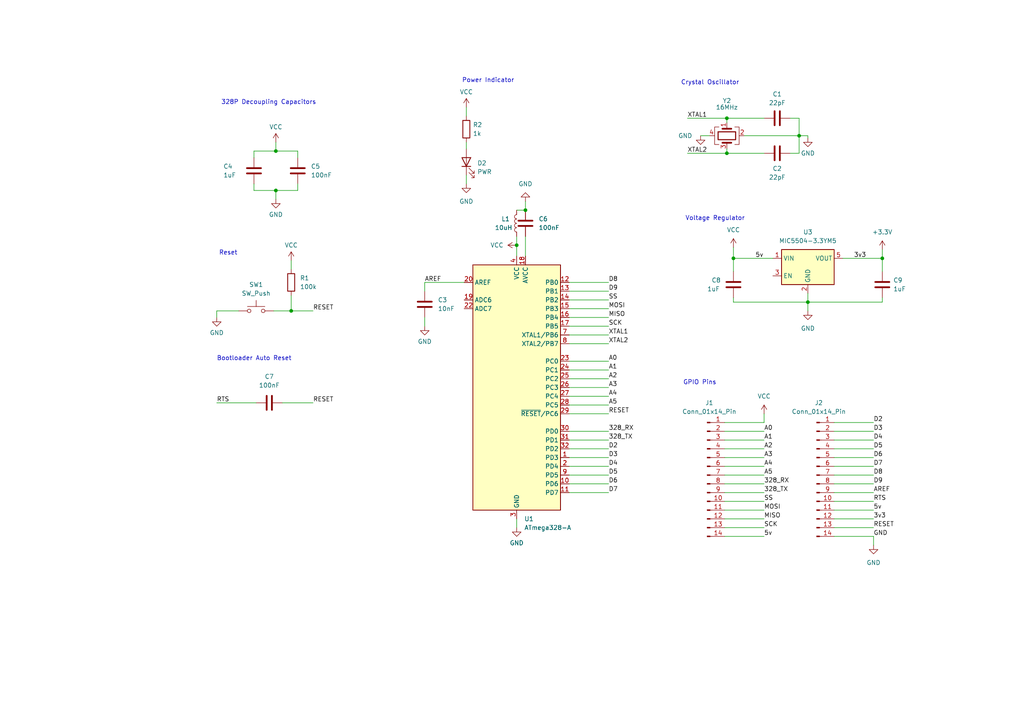
<source format=kicad_sch>
(kicad_sch (version 20230121) (generator eeschema)

  (uuid c899e282-f5ba-41d2-bc45-bb7c4aff1dca)

  (paper "A4")

  (title_block
    (title "Valentino")
    (date "2024-02-14")
    (rev "v01")
    (comment 2 "creativecommons.org/licenses/by/4.0/")
    (comment 3 "License: CC BY 4.0")
    (comment 4 "Author: Sreeram")
  )

  (lib_symbols
    (symbol "Connector:Conn_01x14_Pin" (pin_names (offset 1.016) hide) (in_bom yes) (on_board yes)
      (property "Reference" "J" (at 0 17.78 0)
        (effects (font (size 1.27 1.27)))
      )
      (property "Value" "Conn_01x14_Pin" (at 0 -20.32 0)
        (effects (font (size 1.27 1.27)))
      )
      (property "Footprint" "" (at 0 0 0)
        (effects (font (size 1.27 1.27)) hide)
      )
      (property "Datasheet" "~" (at 0 0 0)
        (effects (font (size 1.27 1.27)) hide)
      )
      (property "ki_locked" "" (at 0 0 0)
        (effects (font (size 1.27 1.27)))
      )
      (property "ki_keywords" "connector" (at 0 0 0)
        (effects (font (size 1.27 1.27)) hide)
      )
      (property "ki_description" "Generic connector, single row, 01x14, script generated" (at 0 0 0)
        (effects (font (size 1.27 1.27)) hide)
      )
      (property "ki_fp_filters" "Connector*:*_1x??_*" (at 0 0 0)
        (effects (font (size 1.27 1.27)) hide)
      )
      (symbol "Conn_01x14_Pin_1_1"
        (polyline
          (pts
            (xy 1.27 -17.78)
            (xy 0.8636 -17.78)
          )
          (stroke (width 0.1524) (type default))
          (fill (type none))
        )
        (polyline
          (pts
            (xy 1.27 -15.24)
            (xy 0.8636 -15.24)
          )
          (stroke (width 0.1524) (type default))
          (fill (type none))
        )
        (polyline
          (pts
            (xy 1.27 -12.7)
            (xy 0.8636 -12.7)
          )
          (stroke (width 0.1524) (type default))
          (fill (type none))
        )
        (polyline
          (pts
            (xy 1.27 -10.16)
            (xy 0.8636 -10.16)
          )
          (stroke (width 0.1524) (type default))
          (fill (type none))
        )
        (polyline
          (pts
            (xy 1.27 -7.62)
            (xy 0.8636 -7.62)
          )
          (stroke (width 0.1524) (type default))
          (fill (type none))
        )
        (polyline
          (pts
            (xy 1.27 -5.08)
            (xy 0.8636 -5.08)
          )
          (stroke (width 0.1524) (type default))
          (fill (type none))
        )
        (polyline
          (pts
            (xy 1.27 -2.54)
            (xy 0.8636 -2.54)
          )
          (stroke (width 0.1524) (type default))
          (fill (type none))
        )
        (polyline
          (pts
            (xy 1.27 0)
            (xy 0.8636 0)
          )
          (stroke (width 0.1524) (type default))
          (fill (type none))
        )
        (polyline
          (pts
            (xy 1.27 2.54)
            (xy 0.8636 2.54)
          )
          (stroke (width 0.1524) (type default))
          (fill (type none))
        )
        (polyline
          (pts
            (xy 1.27 5.08)
            (xy 0.8636 5.08)
          )
          (stroke (width 0.1524) (type default))
          (fill (type none))
        )
        (polyline
          (pts
            (xy 1.27 7.62)
            (xy 0.8636 7.62)
          )
          (stroke (width 0.1524) (type default))
          (fill (type none))
        )
        (polyline
          (pts
            (xy 1.27 10.16)
            (xy 0.8636 10.16)
          )
          (stroke (width 0.1524) (type default))
          (fill (type none))
        )
        (polyline
          (pts
            (xy 1.27 12.7)
            (xy 0.8636 12.7)
          )
          (stroke (width 0.1524) (type default))
          (fill (type none))
        )
        (polyline
          (pts
            (xy 1.27 15.24)
            (xy 0.8636 15.24)
          )
          (stroke (width 0.1524) (type default))
          (fill (type none))
        )
        (rectangle (start 0.8636 -17.653) (end 0 -17.907)
          (stroke (width 0.1524) (type default))
          (fill (type outline))
        )
        (rectangle (start 0.8636 -15.113) (end 0 -15.367)
          (stroke (width 0.1524) (type default))
          (fill (type outline))
        )
        (rectangle (start 0.8636 -12.573) (end 0 -12.827)
          (stroke (width 0.1524) (type default))
          (fill (type outline))
        )
        (rectangle (start 0.8636 -10.033) (end 0 -10.287)
          (stroke (width 0.1524) (type default))
          (fill (type outline))
        )
        (rectangle (start 0.8636 -7.493) (end 0 -7.747)
          (stroke (width 0.1524) (type default))
          (fill (type outline))
        )
        (rectangle (start 0.8636 -4.953) (end 0 -5.207)
          (stroke (width 0.1524) (type default))
          (fill (type outline))
        )
        (rectangle (start 0.8636 -2.413) (end 0 -2.667)
          (stroke (width 0.1524) (type default))
          (fill (type outline))
        )
        (rectangle (start 0.8636 0.127) (end 0 -0.127)
          (stroke (width 0.1524) (type default))
          (fill (type outline))
        )
        (rectangle (start 0.8636 2.667) (end 0 2.413)
          (stroke (width 0.1524) (type default))
          (fill (type outline))
        )
        (rectangle (start 0.8636 5.207) (end 0 4.953)
          (stroke (width 0.1524) (type default))
          (fill (type outline))
        )
        (rectangle (start 0.8636 7.747) (end 0 7.493)
          (stroke (width 0.1524) (type default))
          (fill (type outline))
        )
        (rectangle (start 0.8636 10.287) (end 0 10.033)
          (stroke (width 0.1524) (type default))
          (fill (type outline))
        )
        (rectangle (start 0.8636 12.827) (end 0 12.573)
          (stroke (width 0.1524) (type default))
          (fill (type outline))
        )
        (rectangle (start 0.8636 15.367) (end 0 15.113)
          (stroke (width 0.1524) (type default))
          (fill (type outline))
        )
        (pin passive line (at 5.08 15.24 180) (length 3.81)
          (name "Pin_1" (effects (font (size 1.27 1.27))))
          (number "1" (effects (font (size 1.27 1.27))))
        )
        (pin passive line (at 5.08 -7.62 180) (length 3.81)
          (name "Pin_10" (effects (font (size 1.27 1.27))))
          (number "10" (effects (font (size 1.27 1.27))))
        )
        (pin passive line (at 5.08 -10.16 180) (length 3.81)
          (name "Pin_11" (effects (font (size 1.27 1.27))))
          (number "11" (effects (font (size 1.27 1.27))))
        )
        (pin passive line (at 5.08 -12.7 180) (length 3.81)
          (name "Pin_12" (effects (font (size 1.27 1.27))))
          (number "12" (effects (font (size 1.27 1.27))))
        )
        (pin passive line (at 5.08 -15.24 180) (length 3.81)
          (name "Pin_13" (effects (font (size 1.27 1.27))))
          (number "13" (effects (font (size 1.27 1.27))))
        )
        (pin passive line (at 5.08 -17.78 180) (length 3.81)
          (name "Pin_14" (effects (font (size 1.27 1.27))))
          (number "14" (effects (font (size 1.27 1.27))))
        )
        (pin passive line (at 5.08 12.7 180) (length 3.81)
          (name "Pin_2" (effects (font (size 1.27 1.27))))
          (number "2" (effects (font (size 1.27 1.27))))
        )
        (pin passive line (at 5.08 10.16 180) (length 3.81)
          (name "Pin_3" (effects (font (size 1.27 1.27))))
          (number "3" (effects (font (size 1.27 1.27))))
        )
        (pin passive line (at 5.08 7.62 180) (length 3.81)
          (name "Pin_4" (effects (font (size 1.27 1.27))))
          (number "4" (effects (font (size 1.27 1.27))))
        )
        (pin passive line (at 5.08 5.08 180) (length 3.81)
          (name "Pin_5" (effects (font (size 1.27 1.27))))
          (number "5" (effects (font (size 1.27 1.27))))
        )
        (pin passive line (at 5.08 2.54 180) (length 3.81)
          (name "Pin_6" (effects (font (size 1.27 1.27))))
          (number "6" (effects (font (size 1.27 1.27))))
        )
        (pin passive line (at 5.08 0 180) (length 3.81)
          (name "Pin_7" (effects (font (size 1.27 1.27))))
          (number "7" (effects (font (size 1.27 1.27))))
        )
        (pin passive line (at 5.08 -2.54 180) (length 3.81)
          (name "Pin_8" (effects (font (size 1.27 1.27))))
          (number "8" (effects (font (size 1.27 1.27))))
        )
        (pin passive line (at 5.08 -5.08 180) (length 3.81)
          (name "Pin_9" (effects (font (size 1.27 1.27))))
          (number "9" (effects (font (size 1.27 1.27))))
        )
      )
    )
    (symbol "Device:C" (pin_numbers hide) (pin_names (offset 0.254)) (in_bom yes) (on_board yes)
      (property "Reference" "C" (at 0.635 2.54 0)
        (effects (font (size 1.27 1.27)) (justify left))
      )
      (property "Value" "C" (at 0.635 -2.54 0)
        (effects (font (size 1.27 1.27)) (justify left))
      )
      (property "Footprint" "" (at 0.9652 -3.81 0)
        (effects (font (size 1.27 1.27)) hide)
      )
      (property "Datasheet" "~" (at 0 0 0)
        (effects (font (size 1.27 1.27)) hide)
      )
      (property "ki_keywords" "cap capacitor" (at 0 0 0)
        (effects (font (size 1.27 1.27)) hide)
      )
      (property "ki_description" "Unpolarized capacitor" (at 0 0 0)
        (effects (font (size 1.27 1.27)) hide)
      )
      (property "ki_fp_filters" "C_*" (at 0 0 0)
        (effects (font (size 1.27 1.27)) hide)
      )
      (symbol "C_0_1"
        (polyline
          (pts
            (xy -2.032 -0.762)
            (xy 2.032 -0.762)
          )
          (stroke (width 0.508) (type default))
          (fill (type none))
        )
        (polyline
          (pts
            (xy -2.032 0.762)
            (xy 2.032 0.762)
          )
          (stroke (width 0.508) (type default))
          (fill (type none))
        )
      )
      (symbol "C_1_1"
        (pin passive line (at 0 3.81 270) (length 2.794)
          (name "~" (effects (font (size 1.27 1.27))))
          (number "1" (effects (font (size 1.27 1.27))))
        )
        (pin passive line (at 0 -3.81 90) (length 2.794)
          (name "~" (effects (font (size 1.27 1.27))))
          (number "2" (effects (font (size 1.27 1.27))))
        )
      )
    )
    (symbol "Device:Crystal_GND24" (pin_names (offset 1.016) hide) (in_bom yes) (on_board yes)
      (property "Reference" "Y" (at 3.175 5.08 0)
        (effects (font (size 1.27 1.27)) (justify left))
      )
      (property "Value" "Crystal_GND24" (at 3.175 3.175 0)
        (effects (font (size 1.27 1.27)) (justify left))
      )
      (property "Footprint" "" (at 0 0 0)
        (effects (font (size 1.27 1.27)) hide)
      )
      (property "Datasheet" "~" (at 0 0 0)
        (effects (font (size 1.27 1.27)) hide)
      )
      (property "ki_keywords" "quartz ceramic resonator oscillator" (at 0 0 0)
        (effects (font (size 1.27 1.27)) hide)
      )
      (property "ki_description" "Four pin crystal, GND on pins 2 and 4" (at 0 0 0)
        (effects (font (size 1.27 1.27)) hide)
      )
      (property "ki_fp_filters" "Crystal*" (at 0 0 0)
        (effects (font (size 1.27 1.27)) hide)
      )
      (symbol "Crystal_GND24_0_1"
        (rectangle (start -1.143 2.54) (end 1.143 -2.54)
          (stroke (width 0.3048) (type default))
          (fill (type none))
        )
        (polyline
          (pts
            (xy -2.54 0)
            (xy -2.032 0)
          )
          (stroke (width 0) (type default))
          (fill (type none))
        )
        (polyline
          (pts
            (xy -2.032 -1.27)
            (xy -2.032 1.27)
          )
          (stroke (width 0.508) (type default))
          (fill (type none))
        )
        (polyline
          (pts
            (xy 0 -3.81)
            (xy 0 -3.556)
          )
          (stroke (width 0) (type default))
          (fill (type none))
        )
        (polyline
          (pts
            (xy 0 3.556)
            (xy 0 3.81)
          )
          (stroke (width 0) (type default))
          (fill (type none))
        )
        (polyline
          (pts
            (xy 2.032 -1.27)
            (xy 2.032 1.27)
          )
          (stroke (width 0.508) (type default))
          (fill (type none))
        )
        (polyline
          (pts
            (xy 2.032 0)
            (xy 2.54 0)
          )
          (stroke (width 0) (type default))
          (fill (type none))
        )
        (polyline
          (pts
            (xy -2.54 -2.286)
            (xy -2.54 -3.556)
            (xy 2.54 -3.556)
            (xy 2.54 -2.286)
          )
          (stroke (width 0) (type default))
          (fill (type none))
        )
        (polyline
          (pts
            (xy -2.54 2.286)
            (xy -2.54 3.556)
            (xy 2.54 3.556)
            (xy 2.54 2.286)
          )
          (stroke (width 0) (type default))
          (fill (type none))
        )
      )
      (symbol "Crystal_GND24_1_1"
        (pin passive line (at -3.81 0 0) (length 1.27)
          (name "1" (effects (font (size 1.27 1.27))))
          (number "1" (effects (font (size 1.27 1.27))))
        )
        (pin passive line (at 0 5.08 270) (length 1.27)
          (name "2" (effects (font (size 1.27 1.27))))
          (number "2" (effects (font (size 1.27 1.27))))
        )
        (pin passive line (at 3.81 0 180) (length 1.27)
          (name "3" (effects (font (size 1.27 1.27))))
          (number "3" (effects (font (size 1.27 1.27))))
        )
        (pin passive line (at 0 -5.08 90) (length 1.27)
          (name "4" (effects (font (size 1.27 1.27))))
          (number "4" (effects (font (size 1.27 1.27))))
        )
      )
    )
    (symbol "Device:L" (pin_numbers hide) (pin_names (offset 1.016) hide) (in_bom yes) (on_board yes)
      (property "Reference" "L" (at -1.27 0 90)
        (effects (font (size 1.27 1.27)))
      )
      (property "Value" "L" (at 1.905 0 90)
        (effects (font (size 1.27 1.27)))
      )
      (property "Footprint" "" (at 0 0 0)
        (effects (font (size 1.27 1.27)) hide)
      )
      (property "Datasheet" "~" (at 0 0 0)
        (effects (font (size 1.27 1.27)) hide)
      )
      (property "ki_keywords" "inductor choke coil reactor magnetic" (at 0 0 0)
        (effects (font (size 1.27 1.27)) hide)
      )
      (property "ki_description" "Inductor" (at 0 0 0)
        (effects (font (size 1.27 1.27)) hide)
      )
      (property "ki_fp_filters" "Choke_* *Coil* Inductor_* L_*" (at 0 0 0)
        (effects (font (size 1.27 1.27)) hide)
      )
      (symbol "L_0_1"
        (arc (start 0 -2.54) (mid 0.6323 -1.905) (end 0 -1.27)
          (stroke (width 0) (type default))
          (fill (type none))
        )
        (arc (start 0 -1.27) (mid 0.6323 -0.635) (end 0 0)
          (stroke (width 0) (type default))
          (fill (type none))
        )
        (arc (start 0 0) (mid 0.6323 0.635) (end 0 1.27)
          (stroke (width 0) (type default))
          (fill (type none))
        )
        (arc (start 0 1.27) (mid 0.6323 1.905) (end 0 2.54)
          (stroke (width 0) (type default))
          (fill (type none))
        )
      )
      (symbol "L_1_1"
        (pin passive line (at 0 3.81 270) (length 1.27)
          (name "1" (effects (font (size 1.27 1.27))))
          (number "1" (effects (font (size 1.27 1.27))))
        )
        (pin passive line (at 0 -3.81 90) (length 1.27)
          (name "2" (effects (font (size 1.27 1.27))))
          (number "2" (effects (font (size 1.27 1.27))))
        )
      )
    )
    (symbol "Device:LED" (pin_numbers hide) (pin_names (offset 1.016) hide) (in_bom yes) (on_board yes)
      (property "Reference" "D" (at 0 2.54 0)
        (effects (font (size 1.27 1.27)))
      )
      (property "Value" "LED" (at 0 -2.54 0)
        (effects (font (size 1.27 1.27)))
      )
      (property "Footprint" "" (at 0 0 0)
        (effects (font (size 1.27 1.27)) hide)
      )
      (property "Datasheet" "~" (at 0 0 0)
        (effects (font (size 1.27 1.27)) hide)
      )
      (property "ki_keywords" "LED diode" (at 0 0 0)
        (effects (font (size 1.27 1.27)) hide)
      )
      (property "ki_description" "Light emitting diode" (at 0 0 0)
        (effects (font (size 1.27 1.27)) hide)
      )
      (property "ki_fp_filters" "LED* LED_SMD:* LED_THT:*" (at 0 0 0)
        (effects (font (size 1.27 1.27)) hide)
      )
      (symbol "LED_0_1"
        (polyline
          (pts
            (xy -1.27 -1.27)
            (xy -1.27 1.27)
          )
          (stroke (width 0.254) (type default))
          (fill (type none))
        )
        (polyline
          (pts
            (xy -1.27 0)
            (xy 1.27 0)
          )
          (stroke (width 0) (type default))
          (fill (type none))
        )
        (polyline
          (pts
            (xy 1.27 -1.27)
            (xy 1.27 1.27)
            (xy -1.27 0)
            (xy 1.27 -1.27)
          )
          (stroke (width 0.254) (type default))
          (fill (type none))
        )
        (polyline
          (pts
            (xy -3.048 -0.762)
            (xy -4.572 -2.286)
            (xy -3.81 -2.286)
            (xy -4.572 -2.286)
            (xy -4.572 -1.524)
          )
          (stroke (width 0) (type default))
          (fill (type none))
        )
        (polyline
          (pts
            (xy -1.778 -0.762)
            (xy -3.302 -2.286)
            (xy -2.54 -2.286)
            (xy -3.302 -2.286)
            (xy -3.302 -1.524)
          )
          (stroke (width 0) (type default))
          (fill (type none))
        )
      )
      (symbol "LED_1_1"
        (pin passive line (at -3.81 0 0) (length 2.54)
          (name "K" (effects (font (size 1.27 1.27))))
          (number "1" (effects (font (size 1.27 1.27))))
        )
        (pin passive line (at 3.81 0 180) (length 2.54)
          (name "A" (effects (font (size 1.27 1.27))))
          (number "2" (effects (font (size 1.27 1.27))))
        )
      )
    )
    (symbol "Device:R" (pin_numbers hide) (pin_names (offset 0)) (in_bom yes) (on_board yes)
      (property "Reference" "R" (at 2.032 0 90)
        (effects (font (size 1.27 1.27)))
      )
      (property "Value" "R" (at 0 0 90)
        (effects (font (size 1.27 1.27)))
      )
      (property "Footprint" "" (at -1.778 0 90)
        (effects (font (size 1.27 1.27)) hide)
      )
      (property "Datasheet" "~" (at 0 0 0)
        (effects (font (size 1.27 1.27)) hide)
      )
      (property "ki_keywords" "R res resistor" (at 0 0 0)
        (effects (font (size 1.27 1.27)) hide)
      )
      (property "ki_description" "Resistor" (at 0 0 0)
        (effects (font (size 1.27 1.27)) hide)
      )
      (property "ki_fp_filters" "R_*" (at 0 0 0)
        (effects (font (size 1.27 1.27)) hide)
      )
      (symbol "R_0_1"
        (rectangle (start -1.016 -2.54) (end 1.016 2.54)
          (stroke (width 0.254) (type default))
          (fill (type none))
        )
      )
      (symbol "R_1_1"
        (pin passive line (at 0 3.81 270) (length 1.27)
          (name "~" (effects (font (size 1.27 1.27))))
          (number "1" (effects (font (size 1.27 1.27))))
        )
        (pin passive line (at 0 -3.81 90) (length 1.27)
          (name "~" (effects (font (size 1.27 1.27))))
          (number "2" (effects (font (size 1.27 1.27))))
        )
      )
    )
    (symbol "MCU_Microchip_ATmega:ATmega328-A" (in_bom yes) (on_board yes)
      (property "Reference" "U" (at -12.7 36.83 0)
        (effects (font (size 1.27 1.27)) (justify left bottom))
      )
      (property "Value" "ATmega328-A" (at 2.54 -36.83 0)
        (effects (font (size 1.27 1.27)) (justify left top))
      )
      (property "Footprint" "Package_QFP:TQFP-32_7x7mm_P0.8mm" (at 0 0 0)
        (effects (font (size 1.27 1.27) italic) hide)
      )
      (property "Datasheet" "http://ww1.microchip.com/downloads/en/DeviceDoc/ATmega328_P%20AVR%20MCU%20with%20picoPower%20Technology%20Data%20Sheet%2040001984A.pdf" (at 0 0 0)
        (effects (font (size 1.27 1.27)) hide)
      )
      (property "ki_keywords" "AVR 8bit Microcontroller MegaAVR" (at 0 0 0)
        (effects (font (size 1.27 1.27)) hide)
      )
      (property "ki_description" "20MHz, 32kB Flash, 2kB SRAM, 1kB EEPROM, TQFP-32" (at 0 0 0)
        (effects (font (size 1.27 1.27)) hide)
      )
      (property "ki_fp_filters" "TQFP*7x7mm*P0.8mm*" (at 0 0 0)
        (effects (font (size 1.27 1.27)) hide)
      )
      (symbol "ATmega328-A_0_1"
        (rectangle (start -12.7 -35.56) (end 12.7 35.56)
          (stroke (width 0.254) (type default))
          (fill (type background))
        )
      )
      (symbol "ATmega328-A_1_1"
        (pin bidirectional line (at 15.24 -20.32 180) (length 2.54)
          (name "PD3" (effects (font (size 1.27 1.27))))
          (number "1" (effects (font (size 1.27 1.27))))
        )
        (pin bidirectional line (at 15.24 -27.94 180) (length 2.54)
          (name "PD6" (effects (font (size 1.27 1.27))))
          (number "10" (effects (font (size 1.27 1.27))))
        )
        (pin bidirectional line (at 15.24 -30.48 180) (length 2.54)
          (name "PD7" (effects (font (size 1.27 1.27))))
          (number "11" (effects (font (size 1.27 1.27))))
        )
        (pin bidirectional line (at 15.24 30.48 180) (length 2.54)
          (name "PB0" (effects (font (size 1.27 1.27))))
          (number "12" (effects (font (size 1.27 1.27))))
        )
        (pin bidirectional line (at 15.24 27.94 180) (length 2.54)
          (name "PB1" (effects (font (size 1.27 1.27))))
          (number "13" (effects (font (size 1.27 1.27))))
        )
        (pin bidirectional line (at 15.24 25.4 180) (length 2.54)
          (name "PB2" (effects (font (size 1.27 1.27))))
          (number "14" (effects (font (size 1.27 1.27))))
        )
        (pin bidirectional line (at 15.24 22.86 180) (length 2.54)
          (name "PB3" (effects (font (size 1.27 1.27))))
          (number "15" (effects (font (size 1.27 1.27))))
        )
        (pin bidirectional line (at 15.24 20.32 180) (length 2.54)
          (name "PB4" (effects (font (size 1.27 1.27))))
          (number "16" (effects (font (size 1.27 1.27))))
        )
        (pin bidirectional line (at 15.24 17.78 180) (length 2.54)
          (name "PB5" (effects (font (size 1.27 1.27))))
          (number "17" (effects (font (size 1.27 1.27))))
        )
        (pin power_in line (at 2.54 38.1 270) (length 2.54)
          (name "AVCC" (effects (font (size 1.27 1.27))))
          (number "18" (effects (font (size 1.27 1.27))))
        )
        (pin input line (at -15.24 25.4 0) (length 2.54)
          (name "ADC6" (effects (font (size 1.27 1.27))))
          (number "19" (effects (font (size 1.27 1.27))))
        )
        (pin bidirectional line (at 15.24 -22.86 180) (length 2.54)
          (name "PD4" (effects (font (size 1.27 1.27))))
          (number "2" (effects (font (size 1.27 1.27))))
        )
        (pin passive line (at -15.24 30.48 0) (length 2.54)
          (name "AREF" (effects (font (size 1.27 1.27))))
          (number "20" (effects (font (size 1.27 1.27))))
        )
        (pin passive line (at 0 -38.1 90) (length 2.54) hide
          (name "GND" (effects (font (size 1.27 1.27))))
          (number "21" (effects (font (size 1.27 1.27))))
        )
        (pin input line (at -15.24 22.86 0) (length 2.54)
          (name "ADC7" (effects (font (size 1.27 1.27))))
          (number "22" (effects (font (size 1.27 1.27))))
        )
        (pin bidirectional line (at 15.24 7.62 180) (length 2.54)
          (name "PC0" (effects (font (size 1.27 1.27))))
          (number "23" (effects (font (size 1.27 1.27))))
        )
        (pin bidirectional line (at 15.24 5.08 180) (length 2.54)
          (name "PC1" (effects (font (size 1.27 1.27))))
          (number "24" (effects (font (size 1.27 1.27))))
        )
        (pin bidirectional line (at 15.24 2.54 180) (length 2.54)
          (name "PC2" (effects (font (size 1.27 1.27))))
          (number "25" (effects (font (size 1.27 1.27))))
        )
        (pin bidirectional line (at 15.24 0 180) (length 2.54)
          (name "PC3" (effects (font (size 1.27 1.27))))
          (number "26" (effects (font (size 1.27 1.27))))
        )
        (pin bidirectional line (at 15.24 -2.54 180) (length 2.54)
          (name "PC4" (effects (font (size 1.27 1.27))))
          (number "27" (effects (font (size 1.27 1.27))))
        )
        (pin bidirectional line (at 15.24 -5.08 180) (length 2.54)
          (name "PC5" (effects (font (size 1.27 1.27))))
          (number "28" (effects (font (size 1.27 1.27))))
        )
        (pin bidirectional line (at 15.24 -7.62 180) (length 2.54)
          (name "~{RESET}/PC6" (effects (font (size 1.27 1.27))))
          (number "29" (effects (font (size 1.27 1.27))))
        )
        (pin power_in line (at 0 -38.1 90) (length 2.54)
          (name "GND" (effects (font (size 1.27 1.27))))
          (number "3" (effects (font (size 1.27 1.27))))
        )
        (pin bidirectional line (at 15.24 -12.7 180) (length 2.54)
          (name "PD0" (effects (font (size 1.27 1.27))))
          (number "30" (effects (font (size 1.27 1.27))))
        )
        (pin bidirectional line (at 15.24 -15.24 180) (length 2.54)
          (name "PD1" (effects (font (size 1.27 1.27))))
          (number "31" (effects (font (size 1.27 1.27))))
        )
        (pin bidirectional line (at 15.24 -17.78 180) (length 2.54)
          (name "PD2" (effects (font (size 1.27 1.27))))
          (number "32" (effects (font (size 1.27 1.27))))
        )
        (pin power_in line (at 0 38.1 270) (length 2.54)
          (name "VCC" (effects (font (size 1.27 1.27))))
          (number "4" (effects (font (size 1.27 1.27))))
        )
        (pin passive line (at 0 -38.1 90) (length 2.54) hide
          (name "GND" (effects (font (size 1.27 1.27))))
          (number "5" (effects (font (size 1.27 1.27))))
        )
        (pin passive line (at 0 38.1 270) (length 2.54) hide
          (name "VCC" (effects (font (size 1.27 1.27))))
          (number "6" (effects (font (size 1.27 1.27))))
        )
        (pin bidirectional line (at 15.24 15.24 180) (length 2.54)
          (name "XTAL1/PB6" (effects (font (size 1.27 1.27))))
          (number "7" (effects (font (size 1.27 1.27))))
        )
        (pin bidirectional line (at 15.24 12.7 180) (length 2.54)
          (name "XTAL2/PB7" (effects (font (size 1.27 1.27))))
          (number "8" (effects (font (size 1.27 1.27))))
        )
        (pin bidirectional line (at 15.24 -25.4 180) (length 2.54)
          (name "PD5" (effects (font (size 1.27 1.27))))
          (number "9" (effects (font (size 1.27 1.27))))
        )
      )
    )
    (symbol "Regulator_Linear:MIC5504-3.3YM5" (in_bom yes) (on_board yes)
      (property "Reference" "U" (at -7.62 8.89 0)
        (effects (font (size 1.27 1.27)) (justify left))
      )
      (property "Value" "MIC5504-3.3YM5" (at -7.62 6.35 0)
        (effects (font (size 1.27 1.27)) (justify left))
      )
      (property "Footprint" "Package_TO_SOT_SMD:SOT-23-5" (at 0 -10.16 0)
        (effects (font (size 1.27 1.27)) hide)
      )
      (property "Datasheet" "http://ww1.microchip.com/downloads/en/DeviceDoc/MIC550X.pdf" (at -6.35 6.35 0)
        (effects (font (size 1.27 1.27)) hide)
      )
      (property "ki_keywords" "Micrel LDO voltage regulator" (at 0 0 0)
        (effects (font (size 1.27 1.27)) hide)
      )
      (property "ki_description" "300mA Low-dropout Voltage Regulator, Vout 3.3V, Vin up to 5.5V, SOT-23" (at 0 0 0)
        (effects (font (size 1.27 1.27)) hide)
      )
      (property "ki_fp_filters" "SOT?23?5*" (at 0 0 0)
        (effects (font (size 1.27 1.27)) hide)
      )
      (symbol "MIC5504-3.3YM5_0_1"
        (rectangle (start -7.62 -5.08) (end 7.62 5.08)
          (stroke (width 0.254) (type default))
          (fill (type background))
        )
      )
      (symbol "MIC5504-3.3YM5_1_1"
        (pin power_in line (at -10.16 2.54 0) (length 2.54)
          (name "VIN" (effects (font (size 1.27 1.27))))
          (number "1" (effects (font (size 1.27 1.27))))
        )
        (pin power_in line (at 0 -7.62 90) (length 2.54)
          (name "GND" (effects (font (size 1.27 1.27))))
          (number "2" (effects (font (size 1.27 1.27))))
        )
        (pin input line (at -10.16 -2.54 0) (length 2.54)
          (name "EN" (effects (font (size 1.27 1.27))))
          (number "3" (effects (font (size 1.27 1.27))))
        )
        (pin no_connect line (at 7.62 -2.54 180) (length 2.54) hide
          (name "NC" (effects (font (size 1.27 1.27))))
          (number "4" (effects (font (size 1.27 1.27))))
        )
        (pin power_out line (at 10.16 2.54 180) (length 2.54)
          (name "VOUT" (effects (font (size 1.27 1.27))))
          (number "5" (effects (font (size 1.27 1.27))))
        )
      )
    )
    (symbol "Switch:SW_Push" (pin_numbers hide) (pin_names (offset 1.016) hide) (in_bom yes) (on_board yes)
      (property "Reference" "SW" (at 1.27 2.54 0)
        (effects (font (size 1.27 1.27)) (justify left))
      )
      (property "Value" "SW_Push" (at 0 -1.524 0)
        (effects (font (size 1.27 1.27)))
      )
      (property "Footprint" "" (at 0 5.08 0)
        (effects (font (size 1.27 1.27)) hide)
      )
      (property "Datasheet" "~" (at 0 5.08 0)
        (effects (font (size 1.27 1.27)) hide)
      )
      (property "ki_keywords" "switch normally-open pushbutton push-button" (at 0 0 0)
        (effects (font (size 1.27 1.27)) hide)
      )
      (property "ki_description" "Push button switch, generic, two pins" (at 0 0 0)
        (effects (font (size 1.27 1.27)) hide)
      )
      (symbol "SW_Push_0_1"
        (circle (center -2.032 0) (radius 0.508)
          (stroke (width 0) (type default))
          (fill (type none))
        )
        (polyline
          (pts
            (xy 0 1.27)
            (xy 0 3.048)
          )
          (stroke (width 0) (type default))
          (fill (type none))
        )
        (polyline
          (pts
            (xy 2.54 1.27)
            (xy -2.54 1.27)
          )
          (stroke (width 0) (type default))
          (fill (type none))
        )
        (circle (center 2.032 0) (radius 0.508)
          (stroke (width 0) (type default))
          (fill (type none))
        )
        (pin passive line (at -5.08 0 0) (length 2.54)
          (name "1" (effects (font (size 1.27 1.27))))
          (number "1" (effects (font (size 1.27 1.27))))
        )
        (pin passive line (at 5.08 0 180) (length 2.54)
          (name "2" (effects (font (size 1.27 1.27))))
          (number "2" (effects (font (size 1.27 1.27))))
        )
      )
    )
    (symbol "power:+3.3V" (power) (pin_names (offset 0)) (in_bom yes) (on_board yes)
      (property "Reference" "#PWR" (at 0 -3.81 0)
        (effects (font (size 1.27 1.27)) hide)
      )
      (property "Value" "+3.3V" (at 0 3.556 0)
        (effects (font (size 1.27 1.27)))
      )
      (property "Footprint" "" (at 0 0 0)
        (effects (font (size 1.27 1.27)) hide)
      )
      (property "Datasheet" "" (at 0 0 0)
        (effects (font (size 1.27 1.27)) hide)
      )
      (property "ki_keywords" "global power" (at 0 0 0)
        (effects (font (size 1.27 1.27)) hide)
      )
      (property "ki_description" "Power symbol creates a global label with name \"+3.3V\"" (at 0 0 0)
        (effects (font (size 1.27 1.27)) hide)
      )
      (symbol "+3.3V_0_1"
        (polyline
          (pts
            (xy -0.762 1.27)
            (xy 0 2.54)
          )
          (stroke (width 0) (type default))
          (fill (type none))
        )
        (polyline
          (pts
            (xy 0 0)
            (xy 0 2.54)
          )
          (stroke (width 0) (type default))
          (fill (type none))
        )
        (polyline
          (pts
            (xy 0 2.54)
            (xy 0.762 1.27)
          )
          (stroke (width 0) (type default))
          (fill (type none))
        )
      )
      (symbol "+3.3V_1_1"
        (pin power_in line (at 0 0 90) (length 0) hide
          (name "+3.3V" (effects (font (size 1.27 1.27))))
          (number "1" (effects (font (size 1.27 1.27))))
        )
      )
    )
    (symbol "power:GND" (power) (pin_names (offset 0)) (in_bom yes) (on_board yes)
      (property "Reference" "#PWR" (at 0 -6.35 0)
        (effects (font (size 1.27 1.27)) hide)
      )
      (property "Value" "GND" (at 0 -3.81 0)
        (effects (font (size 1.27 1.27)))
      )
      (property "Footprint" "" (at 0 0 0)
        (effects (font (size 1.27 1.27)) hide)
      )
      (property "Datasheet" "" (at 0 0 0)
        (effects (font (size 1.27 1.27)) hide)
      )
      (property "ki_keywords" "global power" (at 0 0 0)
        (effects (font (size 1.27 1.27)) hide)
      )
      (property "ki_description" "Power symbol creates a global label with name \"GND\" , ground" (at 0 0 0)
        (effects (font (size 1.27 1.27)) hide)
      )
      (symbol "GND_0_1"
        (polyline
          (pts
            (xy 0 0)
            (xy 0 -1.27)
            (xy 1.27 -1.27)
            (xy 0 -2.54)
            (xy -1.27 -1.27)
            (xy 0 -1.27)
          )
          (stroke (width 0) (type default))
          (fill (type none))
        )
      )
      (symbol "GND_1_1"
        (pin power_in line (at 0 0 270) (length 0) hide
          (name "GND" (effects (font (size 1.27 1.27))))
          (number "1" (effects (font (size 1.27 1.27))))
        )
      )
    )
    (symbol "power:VCC" (power) (pin_names (offset 0)) (in_bom yes) (on_board yes)
      (property "Reference" "#PWR" (at 0 -3.81 0)
        (effects (font (size 1.27 1.27)) hide)
      )
      (property "Value" "VCC" (at 0 3.81 0)
        (effects (font (size 1.27 1.27)))
      )
      (property "Footprint" "" (at 0 0 0)
        (effects (font (size 1.27 1.27)) hide)
      )
      (property "Datasheet" "" (at 0 0 0)
        (effects (font (size 1.27 1.27)) hide)
      )
      (property "ki_keywords" "global power" (at 0 0 0)
        (effects (font (size 1.27 1.27)) hide)
      )
      (property "ki_description" "Power symbol creates a global label with name \"VCC\"" (at 0 0 0)
        (effects (font (size 1.27 1.27)) hide)
      )
      (symbol "VCC_0_1"
        (polyline
          (pts
            (xy -0.762 1.27)
            (xy 0 2.54)
          )
          (stroke (width 0) (type default))
          (fill (type none))
        )
        (polyline
          (pts
            (xy 0 0)
            (xy 0 2.54)
          )
          (stroke (width 0) (type default))
          (fill (type none))
        )
        (polyline
          (pts
            (xy 0 2.54)
            (xy 0.762 1.27)
          )
          (stroke (width 0) (type default))
          (fill (type none))
        )
      )
      (symbol "VCC_1_1"
        (pin power_in line (at 0 0 90) (length 0) hide
          (name "VCC" (effects (font (size 1.27 1.27))))
          (number "1" (effects (font (size 1.27 1.27))))
        )
      )
    )
  )

  (junction (at 231.775 39.37) (diameter 0) (color 0 0 0 0)
    (uuid 04f0f910-6b4f-4bf2-a130-3898f19c6fc8)
  )
  (junction (at 210.82 44.45) (diameter 0) (color 0 0 0 0)
    (uuid 271f6123-cddf-4749-98c7-dd40c94d34a6)
  )
  (junction (at 149.86 71.12) (diameter 0) (color 0 0 0 0)
    (uuid 35ebb56e-c68d-40cf-8ee5-6bd67323867a)
  )
  (junction (at 152.4 60.96) (diameter 0) (color 0 0 0 0)
    (uuid 55edee87-d294-4068-bf20-b8ba8540d09f)
  )
  (junction (at 255.905 74.93) (diameter 0) (color 0 0 0 0)
    (uuid 7e05bdb8-138e-4d93-af44-ba2475712238)
  )
  (junction (at 212.725 74.93) (diameter 0) (color 0 0 0 0)
    (uuid 9de83f9d-3195-4152-9a00-1d9d9e7e3ca7)
  )
  (junction (at 80.01 55.245) (diameter 0) (color 0 0 0 0)
    (uuid b72f7b1a-c118-46de-b959-e599e71c2a88)
  )
  (junction (at 210.82 34.29) (diameter 0) (color 0 0 0 0)
    (uuid c5157e5a-5493-4be8-a757-ed4e1c418318)
  )
  (junction (at 84.455 90.17) (diameter 0) (color 0 0 0 0)
    (uuid cb28421d-2bb8-4a27-9216-432ccb2a950d)
  )
  (junction (at 80.01 43.815) (diameter 0) (color 0 0 0 0)
    (uuid f80bc4c5-8dba-49bb-aaba-943f592d9b91)
  )
  (junction (at 234.315 87.63) (diameter 0) (color 0 0 0 0)
    (uuid fa551322-6f13-45bf-9675-55011a18488a)
  )

  (wire (pts (xy 255.905 87.63) (xy 255.905 86.36))
    (stroke (width 0) (type default))
    (uuid 000d65d3-4d08-4db9-91b4-7b5f58e01a3c)
  )
  (wire (pts (xy 212.725 86.36) (xy 212.725 87.63))
    (stroke (width 0) (type default))
    (uuid 00897b24-2b28-41f5-9048-079e93e1c3c4)
  )
  (wire (pts (xy 84.455 75.565) (xy 84.455 78.105))
    (stroke (width 0) (type default))
    (uuid 0509060d-8dea-4b98-b6c0-2527ee390c93)
  )
  (wire (pts (xy 123.19 81.915) (xy 123.19 84.455))
    (stroke (width 0) (type default))
    (uuid 0684328b-3d67-407e-b8ac-0ff6f76b1711)
  )
  (wire (pts (xy 84.455 90.17) (xy 90.805 90.17))
    (stroke (width 0) (type default))
    (uuid 0b4132a3-65a1-4e89-adf5-a9017d0a6202)
  )
  (wire (pts (xy 165.1 114.935) (xy 176.53 114.935))
    (stroke (width 0) (type default))
    (uuid 0cc7448d-b49b-47a9-97a9-4bd0eb6b3195)
  )
  (wire (pts (xy 165.1 135.255) (xy 176.53 135.255))
    (stroke (width 0) (type default))
    (uuid 0e9c4284-a1cf-4c72-9abc-578ccbd5dd49)
  )
  (wire (pts (xy 210.185 135.255) (xy 221.615 135.255))
    (stroke (width 0) (type default))
    (uuid 0f9ef376-48a3-4a7f-a01f-6d8bfa970170)
  )
  (wire (pts (xy 212.725 74.93) (xy 212.725 78.74))
    (stroke (width 0) (type default))
    (uuid 14991529-e935-44e6-8e13-6415aa31d67a)
  )
  (wire (pts (xy 210.185 150.495) (xy 221.615 150.495))
    (stroke (width 0) (type default))
    (uuid 15c733c0-3d9a-41e5-b021-1e746783896a)
  )
  (wire (pts (xy 152.4 60.96) (xy 152.4 58.42))
    (stroke (width 0) (type default))
    (uuid 163c061d-c2b0-40d4-b97c-3173c4922b15)
  )
  (wire (pts (xy 135.255 31.115) (xy 135.255 33.655))
    (stroke (width 0) (type default))
    (uuid 16bbc928-d898-4077-8603-3e80c405842f)
  )
  (wire (pts (xy 80.01 43.815) (xy 86.36 43.815))
    (stroke (width 0) (type default))
    (uuid 1ae821a7-5362-4b8a-b61a-e1de2208e72c)
  )
  (wire (pts (xy 123.19 81.915) (xy 134.62 81.915))
    (stroke (width 0) (type default))
    (uuid 1c7b6ee0-ae03-44e2-9426-f300f25beea3)
  )
  (wire (pts (xy 255.905 72.39) (xy 255.905 74.93))
    (stroke (width 0) (type default))
    (uuid 1d4e711f-c98f-47de-8b9a-99c7d1073dde)
  )
  (wire (pts (xy 241.935 150.495) (xy 253.365 150.495))
    (stroke (width 0) (type default))
    (uuid 1dcaab71-74b2-46b3-b9a2-9ec660c67773)
  )
  (wire (pts (xy 135.255 41.275) (xy 135.255 43.18))
    (stroke (width 0) (type default))
    (uuid 1f990dca-0f95-4e49-83d6-deb82087727c)
  )
  (wire (pts (xy 234.315 40.005) (xy 234.315 39.37))
    (stroke (width 0) (type default))
    (uuid 1ff74624-bcc6-4a8a-85dd-c905a65b4689)
  )
  (wire (pts (xy 165.1 142.875) (xy 176.53 142.875))
    (stroke (width 0) (type default))
    (uuid 22609800-0061-40da-8aa8-60dbc81f6906)
  )
  (wire (pts (xy 210.185 155.575) (xy 221.615 155.575))
    (stroke (width 0) (type default))
    (uuid 2488d298-7e08-4132-9991-c06864286c52)
  )
  (wire (pts (xy 241.935 142.875) (xy 253.365 142.875))
    (stroke (width 0) (type default))
    (uuid 26177df5-3987-48cd-8f00-4b0728fbf351)
  )
  (wire (pts (xy 81.915 116.84) (xy 90.805 116.84))
    (stroke (width 0) (type default))
    (uuid 279038ab-f624-4f4b-a9af-e97c03982aa4)
  )
  (wire (pts (xy 241.935 130.175) (xy 253.365 130.175))
    (stroke (width 0) (type default))
    (uuid 29e1fee4-aaff-4549-b185-db0f3e3d7807)
  )
  (wire (pts (xy 73.66 43.815) (xy 80.01 43.815))
    (stroke (width 0) (type default))
    (uuid 2b2eee83-3916-4f5d-b816-7e6cb58da589)
  )
  (wire (pts (xy 165.1 112.395) (xy 176.53 112.395))
    (stroke (width 0) (type default))
    (uuid 2bd29ea5-0934-4e3e-801a-2e43ea6db6d5)
  )
  (wire (pts (xy 199.39 34.29) (xy 210.82 34.29))
    (stroke (width 0) (type default))
    (uuid 2e36eb3b-d7a0-47cf-b014-f16ceea95932)
  )
  (wire (pts (xy 62.865 90.17) (xy 69.215 90.17))
    (stroke (width 0) (type default))
    (uuid 31e7547f-ce9b-4920-a8b8-07596aed2191)
  )
  (wire (pts (xy 241.935 137.795) (xy 253.365 137.795))
    (stroke (width 0) (type default))
    (uuid 3754a5de-fa99-4d78-ac91-d73f2d3f2fa5)
  )
  (wire (pts (xy 210.82 35.56) (xy 210.82 34.29))
    (stroke (width 0) (type default))
    (uuid 39ae024a-4933-4a4c-9866-f2145db620ae)
  )
  (wire (pts (xy 165.1 140.335) (xy 176.53 140.335))
    (stroke (width 0) (type default))
    (uuid 3d03dff5-d5b9-4246-94c9-26a90afe994b)
  )
  (wire (pts (xy 73.66 43.815) (xy 73.66 45.72))
    (stroke (width 0) (type default))
    (uuid 3d80176d-3470-4b24-9a09-11f8b5f6e493)
  )
  (wire (pts (xy 165.1 120.015) (xy 176.53 120.015))
    (stroke (width 0) (type default))
    (uuid 434a3330-611c-45a8-b135-8e7ffe449efd)
  )
  (wire (pts (xy 165.1 132.715) (xy 176.53 132.715))
    (stroke (width 0) (type default))
    (uuid 442ed080-cbb1-48c0-88db-f16ea28178ad)
  )
  (wire (pts (xy 255.905 74.93) (xy 255.905 78.74))
    (stroke (width 0) (type default))
    (uuid 459d5069-8c6c-4e43-9c30-7ab04bbf950b)
  )
  (wire (pts (xy 165.1 86.995) (xy 176.53 86.995))
    (stroke (width 0) (type default))
    (uuid 48bff62c-e7f1-4a62-b194-1c5dbef69129)
  )
  (wire (pts (xy 241.935 155.575) (xy 253.365 155.575))
    (stroke (width 0) (type default))
    (uuid 4a4a8582-97af-4355-a34e-7a0b85ec1f4b)
  )
  (wire (pts (xy 210.185 153.035) (xy 221.615 153.035))
    (stroke (width 0) (type default))
    (uuid 4f20c738-84d2-41ef-92e6-49387cd3a143)
  )
  (wire (pts (xy 253.365 155.575) (xy 253.365 158.115))
    (stroke (width 0) (type default))
    (uuid 4f71483e-bafa-45a6-bba3-2a5eb2b59cbd)
  )
  (wire (pts (xy 241.935 135.255) (xy 253.365 135.255))
    (stroke (width 0) (type default))
    (uuid 590889eb-4ad9-4077-b500-86bc5adbb44b)
  )
  (wire (pts (xy 212.725 87.63) (xy 234.315 87.63))
    (stroke (width 0) (type default))
    (uuid 5dcfef8d-1227-4f24-8afe-da8cce83f09e)
  )
  (wire (pts (xy 210.185 142.875) (xy 221.615 142.875))
    (stroke (width 0) (type default))
    (uuid 5e2cff13-4d68-4d54-97a7-de3063edf97e)
  )
  (wire (pts (xy 241.935 147.955) (xy 253.365 147.955))
    (stroke (width 0) (type default))
    (uuid 61345991-2af1-40fa-851f-2f65f63f486b)
  )
  (wire (pts (xy 241.935 153.035) (xy 253.365 153.035))
    (stroke (width 0) (type default))
    (uuid 672a769d-87f9-4207-a4c1-ed4c2ebc93ee)
  )
  (wire (pts (xy 241.935 122.555) (xy 253.365 122.555))
    (stroke (width 0) (type default))
    (uuid 6b25654b-dabe-4dd6-bd90-182179f14a84)
  )
  (wire (pts (xy 210.185 137.795) (xy 221.615 137.795))
    (stroke (width 0) (type default))
    (uuid 6e963d3f-c0f9-4589-b271-dc808dd768f8)
  )
  (wire (pts (xy 212.725 71.755) (xy 212.725 74.93))
    (stroke (width 0) (type default))
    (uuid 7005e214-9cc3-4dff-acf9-a21e830e2e11)
  )
  (wire (pts (xy 210.185 130.175) (xy 221.615 130.175))
    (stroke (width 0) (type default))
    (uuid 70116b75-e62c-4382-8949-c01472105d71)
  )
  (wire (pts (xy 215.9 39.37) (xy 231.775 39.37))
    (stroke (width 0) (type default))
    (uuid 7174a1c2-be7e-47ec-a828-200b01d2f1d4)
  )
  (wire (pts (xy 165.1 97.155) (xy 176.53 97.155))
    (stroke (width 0) (type default))
    (uuid 76157315-5497-4ce1-9417-6e89e4fc194b)
  )
  (wire (pts (xy 234.315 87.63) (xy 255.905 87.63))
    (stroke (width 0) (type default))
    (uuid 765134ad-4011-4034-a416-0eca1e7745dc)
  )
  (wire (pts (xy 165.1 94.615) (xy 176.53 94.615))
    (stroke (width 0) (type default))
    (uuid 768b79b2-6713-4623-927b-6468dc416da2)
  )
  (wire (pts (xy 123.19 92.075) (xy 123.19 94.615))
    (stroke (width 0) (type default))
    (uuid 77f7c86c-4328-45f0-8857-f2a286edaf56)
  )
  (wire (pts (xy 165.1 109.855) (xy 176.53 109.855))
    (stroke (width 0) (type default))
    (uuid 81b47783-1823-40c8-90fc-b1906cddb790)
  )
  (wire (pts (xy 80.01 41.275) (xy 80.01 43.815))
    (stroke (width 0) (type default))
    (uuid 835f696d-fe88-40c3-904a-655673eac7e4)
  )
  (wire (pts (xy 210.185 122.555) (xy 221.615 122.555))
    (stroke (width 0) (type default))
    (uuid 84efe398-9400-4378-829d-2aeb3c672400)
  )
  (wire (pts (xy 210.185 140.335) (xy 221.615 140.335))
    (stroke (width 0) (type default))
    (uuid 8a90c063-0a98-4209-ad8a-834fa084effa)
  )
  (wire (pts (xy 165.1 117.475) (xy 176.53 117.475))
    (stroke (width 0) (type default))
    (uuid 8afb5526-2f95-413e-802f-6fe4464a7b77)
  )
  (wire (pts (xy 210.185 132.715) (xy 221.615 132.715))
    (stroke (width 0) (type default))
    (uuid 8b91e238-b670-4db8-ab8b-8cac96fe6e46)
  )
  (wire (pts (xy 241.935 140.335) (xy 253.365 140.335))
    (stroke (width 0) (type default))
    (uuid 8d7e2e08-6908-490d-90b2-3286802ad54e)
  )
  (wire (pts (xy 86.36 53.34) (xy 86.36 55.245))
    (stroke (width 0) (type default))
    (uuid 8de4eeb9-56b8-4c9a-ad18-21dec5d943a1)
  )
  (wire (pts (xy 165.1 89.535) (xy 176.53 89.535))
    (stroke (width 0) (type default))
    (uuid 904fc965-cedd-490b-80c8-ce4bf46b7ac5)
  )
  (wire (pts (xy 165.1 125.095) (xy 176.53 125.095))
    (stroke (width 0) (type default))
    (uuid 96aa02c5-f6a0-4496-a761-42a97c13ab63)
  )
  (wire (pts (xy 241.935 132.715) (xy 253.365 132.715))
    (stroke (width 0) (type default))
    (uuid 9753d61f-799f-4317-836e-82c044e9894b)
  )
  (wire (pts (xy 210.185 145.415) (xy 221.615 145.415))
    (stroke (width 0) (type default))
    (uuid 9a9e8cbc-7f52-4b4a-9844-076ea527078c)
  )
  (wire (pts (xy 210.185 147.955) (xy 221.615 147.955))
    (stroke (width 0) (type default))
    (uuid 9d75919a-f600-4cdc-af85-639c11f6154b)
  )
  (wire (pts (xy 231.775 39.37) (xy 231.775 44.45))
    (stroke (width 0) (type default))
    (uuid 9da37e94-7003-446f-b946-20cf2e3163b8)
  )
  (wire (pts (xy 149.86 60.96) (xy 152.4 60.96))
    (stroke (width 0) (type default))
    (uuid 9fb9d20b-b485-4afa-b915-44223fffb593)
  )
  (wire (pts (xy 210.185 127.635) (xy 221.615 127.635))
    (stroke (width 0) (type default))
    (uuid a1adcf64-e5b7-414c-8c21-63c9252cca93)
  )
  (wire (pts (xy 79.375 90.17) (xy 84.455 90.17))
    (stroke (width 0) (type default))
    (uuid a209ef5f-389b-4050-aad0-a9a9d2c1614a)
  )
  (wire (pts (xy 210.82 43.18) (xy 210.82 44.45))
    (stroke (width 0) (type default))
    (uuid a22af3fc-d706-40fa-8b52-16f3cac984ff)
  )
  (wire (pts (xy 165.1 81.915) (xy 176.53 81.915))
    (stroke (width 0) (type default))
    (uuid a345e461-67df-4a66-b2ec-72ccd0c04cfc)
  )
  (wire (pts (xy 234.315 85.09) (xy 234.315 87.63))
    (stroke (width 0) (type default))
    (uuid a4e00b42-8aeb-4d0b-87d8-b4b50e5cd210)
  )
  (wire (pts (xy 234.315 87.63) (xy 234.315 90.17))
    (stroke (width 0) (type default))
    (uuid abe822dc-7cd0-4b7e-8c0d-f835fdc9b361)
  )
  (wire (pts (xy 234.315 39.37) (xy 231.775 39.37))
    (stroke (width 0) (type default))
    (uuid abef51ce-188b-4da6-90fe-993226f9219b)
  )
  (wire (pts (xy 244.475 74.93) (xy 255.905 74.93))
    (stroke (width 0) (type default))
    (uuid aefbdcd8-b000-4ec6-9bcd-300515d00585)
  )
  (wire (pts (xy 84.455 85.725) (xy 84.455 90.17))
    (stroke (width 0) (type default))
    (uuid b26ddd2c-3670-4f9a-a156-e60c95f4d900)
  )
  (wire (pts (xy 152.4 68.58) (xy 152.4 74.295))
    (stroke (width 0) (type default))
    (uuid b2c7439f-d8e8-4198-87bb-f2142803436d)
  )
  (wire (pts (xy 165.1 107.315) (xy 176.53 107.315))
    (stroke (width 0) (type default))
    (uuid b46e0929-6048-4542-a76d-7acef664c653)
  )
  (wire (pts (xy 165.1 104.775) (xy 176.53 104.775))
    (stroke (width 0) (type default))
    (uuid b9202b5c-8986-4d63-8cd9-11d4c77e7d78)
  )
  (wire (pts (xy 80.01 55.245) (xy 80.01 57.785))
    (stroke (width 0) (type default))
    (uuid bc45a903-2cbe-48a1-b0f7-f73510535212)
  )
  (wire (pts (xy 229.235 34.29) (xy 231.775 34.29))
    (stroke (width 0) (type default))
    (uuid be44c278-373d-4d33-8449-4bfc64e62ec7)
  )
  (wire (pts (xy 221.615 120.015) (xy 221.615 122.555))
    (stroke (width 0) (type default))
    (uuid bebf812c-3e13-41a0-982e-e743b04c4bd9)
  )
  (wire (pts (xy 80.01 55.245) (xy 86.36 55.245))
    (stroke (width 0) (type default))
    (uuid c0abca2c-dd6c-479f-afb1-97d33a9a1851)
  )
  (wire (pts (xy 165.1 84.455) (xy 176.53 84.455))
    (stroke (width 0) (type default))
    (uuid c481c1fc-14f4-4f98-9de2-0f7b60825d8c)
  )
  (wire (pts (xy 241.935 127.635) (xy 253.365 127.635))
    (stroke (width 0) (type default))
    (uuid c67ad09d-197b-4e21-b8ea-f8a7897f1b9d)
  )
  (wire (pts (xy 86.36 43.815) (xy 86.36 45.72))
    (stroke (width 0) (type default))
    (uuid ca408602-00bd-4ae5-a5ff-a79ec2b09bca)
  )
  (wire (pts (xy 241.935 145.415) (xy 253.365 145.415))
    (stroke (width 0) (type default))
    (uuid cb96cf1d-4853-43ce-bee9-dd829fa27644)
  )
  (wire (pts (xy 165.1 127.635) (xy 176.53 127.635))
    (stroke (width 0) (type default))
    (uuid cdc71ba3-46de-424c-9399-98a9d60a3e01)
  )
  (wire (pts (xy 165.1 99.695) (xy 176.53 99.695))
    (stroke (width 0) (type default))
    (uuid cde3b26c-5df7-424c-9ead-2f06864b3f8d)
  )
  (wire (pts (xy 135.255 50.8) (xy 135.255 53.34))
    (stroke (width 0) (type default))
    (uuid ce14a40b-b942-4bac-90b5-a5a7a3b05d74)
  )
  (wire (pts (xy 149.86 68.58) (xy 149.86 71.12))
    (stroke (width 0) (type default))
    (uuid d3360a26-8975-43e2-b567-3c0522e1e5af)
  )
  (wire (pts (xy 231.775 44.45) (xy 229.235 44.45))
    (stroke (width 0) (type default))
    (uuid d59a8717-94ab-47f0-85f4-211cd0755b05)
  )
  (wire (pts (xy 241.935 125.095) (xy 253.365 125.095))
    (stroke (width 0) (type default))
    (uuid d985b1b4-c240-4436-b065-14d1206c5998)
  )
  (wire (pts (xy 165.1 92.075) (xy 176.53 92.075))
    (stroke (width 0) (type default))
    (uuid daa89bf9-5059-4ed3-be7a-4a63220f8337)
  )
  (wire (pts (xy 231.775 34.29) (xy 231.775 39.37))
    (stroke (width 0) (type default))
    (uuid dad6749f-e4ae-43ba-9e18-3895dbc6b420)
  )
  (wire (pts (xy 210.82 44.45) (xy 221.615 44.45))
    (stroke (width 0) (type default))
    (uuid db3a68ef-5426-421f-b941-19e01a6942a9)
  )
  (wire (pts (xy 212.725 74.93) (xy 224.155 74.93))
    (stroke (width 0) (type default))
    (uuid dbebdf96-1da9-4abd-a656-1c082a95f515)
  )
  (wire (pts (xy 73.66 53.34) (xy 73.66 55.245))
    (stroke (width 0) (type default))
    (uuid dc377624-681e-4381-95f1-3d3520839d15)
  )
  (wire (pts (xy 62.865 116.84) (xy 74.295 116.84))
    (stroke (width 0) (type default))
    (uuid dc8a35fa-c1d8-4050-80b0-362cd623c53b)
  )
  (wire (pts (xy 203.2 39.37) (xy 205.74 39.37))
    (stroke (width 0) (type default))
    (uuid dd0b0241-edd7-4e74-b8c9-973bacdcac69)
  )
  (wire (pts (xy 73.66 55.245) (xy 80.01 55.245))
    (stroke (width 0) (type default))
    (uuid dde62d4a-042c-4b7c-9382-57c494dba81b)
  )
  (wire (pts (xy 199.39 44.45) (xy 210.82 44.45))
    (stroke (width 0) (type default))
    (uuid ec4fb819-4b36-4f5a-b144-c23999ab9743)
  )
  (wire (pts (xy 62.865 92.075) (xy 62.865 90.17))
    (stroke (width 0) (type default))
    (uuid ee2931ec-2e23-4e0a-9a5c-4423c86a5837)
  )
  (wire (pts (xy 149.86 150.495) (xy 149.86 153.035))
    (stroke (width 0) (type default))
    (uuid ef4f1b79-2f97-49f9-a07c-dd54f26535ed)
  )
  (wire (pts (xy 165.1 137.795) (xy 176.53 137.795))
    (stroke (width 0) (type default))
    (uuid f2515c84-e395-4ed3-b8d6-56be169e9b9b)
  )
  (wire (pts (xy 210.82 34.29) (xy 221.615 34.29))
    (stroke (width 0) (type default))
    (uuid f624ed16-80f6-4f48-b876-6674deec9e67)
  )
  (wire (pts (xy 165.1 130.175) (xy 176.53 130.175))
    (stroke (width 0) (type default))
    (uuid f70abe1d-8004-4d86-ae3c-783739200a74)
  )
  (wire (pts (xy 210.185 125.095) (xy 221.615 125.095))
    (stroke (width 0) (type default))
    (uuid f7a4efc5-a760-417c-a02e-23113e8dfaf5)
  )
  (wire (pts (xy 149.86 71.12) (xy 149.86 74.295))
    (stroke (width 0) (type default))
    (uuid fd88785b-ae37-42c1-b0b9-ebe607db9074)
  )

  (text "Bootloader Auto Reset\n" (at 62.865 104.775 0)
    (effects (font (size 1.27 1.27)) (justify left bottom))
    (uuid 43773dc7-c12b-4b73-b9f2-e8688fd157d5)
  )
  (text "Power Indicator" (at 133.985 24.13 0)
    (effects (font (size 1.27 1.27)) (justify left bottom))
    (uuid 673744b1-fa99-47bb-bf1b-0a2a5326153c)
  )
  (text "Voltage Regulator" (at 198.755 64.135 0)
    (effects (font (size 1.27 1.27)) (justify left bottom))
    (uuid 6c256607-5db1-4e1a-942b-e3ef71df4d50)
  )
  (text "Reset\n\n" (at 63.5 76.2 0)
    (effects (font (size 1.27 1.27)) (justify left bottom))
    (uuid 9eb9402e-2d53-4437-afee-6a60bbf0b9f5)
  )
  (text "GPIO Pins" (at 198.12 111.76 0)
    (effects (font (size 1.27 1.27)) (justify left bottom))
    (uuid ac7ff464-48f3-4d5e-8e01-07ddadc97a31)
  )
  (text "Crystal Oscillator" (at 197.485 24.765 0)
    (effects (font (size 1.27 1.27)) (justify left bottom))
    (uuid ee8aefd1-502c-4275-8f25-822656f91a3b)
  )
  (text "328P Decoupling Capacitors" (at 64.135 30.48 0)
    (effects (font (size 1.27 1.27)) (justify left bottom))
    (uuid faa9e912-5dfd-4c9d-9435-9010841e51b7)
  )

  (label "MOSI" (at 221.615 147.955 0) (fields_autoplaced)
    (effects (font (size 1.27 1.27)) (justify left bottom))
    (uuid 06d63ef2-3a7a-4cd8-8b38-d3350237db00)
  )
  (label "D9" (at 176.53 84.455 0) (fields_autoplaced)
    (effects (font (size 1.27 1.27)) (justify left bottom))
    (uuid 0f734ec5-6e52-4bd0-9542-ba5c940e9cfd)
  )
  (label "A1" (at 176.53 107.315 0) (fields_autoplaced)
    (effects (font (size 1.27 1.27)) (justify left bottom))
    (uuid 261589ab-6c0e-4bb2-a3bc-0ae254c033e9)
  )
  (label "XTAL2" (at 199.39 44.45 0) (fields_autoplaced)
    (effects (font (size 1.27 1.27)) (justify left bottom))
    (uuid 26c63a01-e837-4b92-b666-261069b7ccc5)
  )
  (label "A1" (at 221.615 127.635 0) (fields_autoplaced)
    (effects (font (size 1.27 1.27)) (justify left bottom))
    (uuid 2cfb8a28-a0d4-49ef-92a2-13fdaf816d49)
  )
  (label "D6" (at 176.53 140.335 0) (fields_autoplaced)
    (effects (font (size 1.27 1.27)) (justify left bottom))
    (uuid 32108bb3-2d2a-4865-a224-0311acb577f0)
  )
  (label "A5" (at 176.53 117.475 0) (fields_autoplaced)
    (effects (font (size 1.27 1.27)) (justify left bottom))
    (uuid 3bf71cf3-f367-4d77-b222-27415889d1a7)
  )
  (label "D9" (at 253.365 140.335 0) (fields_autoplaced)
    (effects (font (size 1.27 1.27)) (justify left bottom))
    (uuid 3cd86d62-1e5a-4d46-85b2-b900ef10263a)
  )
  (label "A0" (at 221.615 125.095 0) (fields_autoplaced)
    (effects (font (size 1.27 1.27)) (justify left bottom))
    (uuid 3e47e6b3-3ca4-4ebc-9958-56b6880f8e21)
  )
  (label "GND" (at 253.365 155.575 0) (fields_autoplaced)
    (effects (font (size 1.27 1.27)) (justify left bottom))
    (uuid 3eb5d0ed-0630-4c86-8f12-9a80403708ed)
  )
  (label "SCK" (at 221.615 153.035 0) (fields_autoplaced)
    (effects (font (size 1.27 1.27)) (justify left bottom))
    (uuid 421fe09c-41cc-472b-b57e-557da52c330b)
  )
  (label "MISO" (at 221.615 150.495 0) (fields_autoplaced)
    (effects (font (size 1.27 1.27)) (justify left bottom))
    (uuid 43efe9a0-ef6a-42c9-8b34-d51e1dd8651e)
  )
  (label "D3" (at 253.365 125.095 0) (fields_autoplaced)
    (effects (font (size 1.27 1.27)) (justify left bottom))
    (uuid 466d1dec-ec2e-4727-a775-e705ae6ba5be)
  )
  (label "5v" (at 253.365 147.955 0) (fields_autoplaced)
    (effects (font (size 1.27 1.27)) (justify left bottom))
    (uuid 47eea1c3-f4ce-46b5-ba16-608c803de517)
  )
  (label "RESET" (at 253.365 153.035 0) (fields_autoplaced)
    (effects (font (size 1.27 1.27)) (justify left bottom))
    (uuid 4992fae1-f31b-4c1a-a12c-c41240de3b15)
  )
  (label "A3" (at 221.615 132.715 0) (fields_autoplaced)
    (effects (font (size 1.27 1.27)) (justify left bottom))
    (uuid 4a74042f-c424-489f-9eb9-8226e580316b)
  )
  (label "XTAL1" (at 199.39 34.29 0) (fields_autoplaced)
    (effects (font (size 1.27 1.27)) (justify left bottom))
    (uuid 4e17a32e-1f50-48e3-9b7c-a1af5a2a3d28)
  )
  (label "RESET" (at 90.805 116.84 0) (fields_autoplaced)
    (effects (font (size 1.27 1.27)) (justify left bottom))
    (uuid 51fa4aee-398d-4fb8-a08c-3b20e443493a)
  )
  (label "D2" (at 253.365 122.555 0) (fields_autoplaced)
    (effects (font (size 1.27 1.27)) (justify left bottom))
    (uuid 54171906-91f6-444f-afeb-cd82591457d9)
  )
  (label "D8" (at 176.53 81.915 0) (fields_autoplaced)
    (effects (font (size 1.27 1.27)) (justify left bottom))
    (uuid 6eda0e05-54fd-441e-ab61-bb4545d2a5b5)
  )
  (label "3v3" (at 247.65 74.93 0) (fields_autoplaced)
    (effects (font (size 1.27 1.27)) (justify left bottom))
    (uuid 709a64ac-0dbf-47db-8e57-77fcaa425135)
  )
  (label "3v3" (at 253.365 150.495 0) (fields_autoplaced)
    (effects (font (size 1.27 1.27)) (justify left bottom))
    (uuid 74c6f0b8-fd57-46ba-b82c-fe7acb684963)
  )
  (label "328_RX" (at 221.615 140.335 0) (fields_autoplaced)
    (effects (font (size 1.27 1.27)) (justify left bottom))
    (uuid 7a32b487-b56d-4ba9-95c6-8d8e757f2a15)
  )
  (label "AREF" (at 123.19 81.915 0) (fields_autoplaced)
    (effects (font (size 1.27 1.27)) (justify left bottom))
    (uuid 7f32cde8-1ed7-4d38-beb4-46ae7811a74f)
  )
  (label "D7" (at 253.365 135.255 0) (fields_autoplaced)
    (effects (font (size 1.27 1.27)) (justify left bottom))
    (uuid 80b5f792-9d3c-48d3-b6f8-225fbacc6073)
  )
  (label "RTS" (at 253.365 145.415 0) (fields_autoplaced)
    (effects (font (size 1.27 1.27)) (justify left bottom))
    (uuid 80cd13cb-c5a6-40ce-ac85-da033758d49f)
  )
  (label "5v" (at 219.075 74.93 0) (fields_autoplaced)
    (effects (font (size 1.27 1.27)) (justify left bottom))
    (uuid 8380cb78-81eb-4868-b55b-7c4a22447eb6)
  )
  (label "A2" (at 176.53 109.855 0) (fields_autoplaced)
    (effects (font (size 1.27 1.27)) (justify left bottom))
    (uuid 873c2d6b-bc0e-42ca-a570-3d17cdf5ff50)
  )
  (label "D3" (at 176.53 132.715 0) (fields_autoplaced)
    (effects (font (size 1.27 1.27)) (justify left bottom))
    (uuid 8bedd343-69ad-4cb9-be6d-4a90d2b6140f)
  )
  (label "RTS" (at 62.865 116.84 0) (fields_autoplaced)
    (effects (font (size 1.27 1.27)) (justify left bottom))
    (uuid 8d891434-b04a-4e30-9fce-1e980ef90749)
  )
  (label "MISO" (at 176.53 92.075 0) (fields_autoplaced)
    (effects (font (size 1.27 1.27)) (justify left bottom))
    (uuid 8f2b40cc-a143-4dbf-8aff-0a2f1641b2cb)
  )
  (label "A0" (at 176.53 104.775 0) (fields_autoplaced)
    (effects (font (size 1.27 1.27)) (justify left bottom))
    (uuid 8f57b23b-8897-4d11-b798-f0bb43ec955c)
  )
  (label "D4" (at 176.53 135.255 0) (fields_autoplaced)
    (effects (font (size 1.27 1.27)) (justify left bottom))
    (uuid 9a145d11-1dd4-483a-87c4-28400182f944)
  )
  (label "328_TX" (at 221.615 142.875 0) (fields_autoplaced)
    (effects (font (size 1.27 1.27)) (justify left bottom))
    (uuid 9ad77f1a-0cc6-4575-803b-1d960ccd0bac)
  )
  (label "SS" (at 176.53 86.995 0) (fields_autoplaced)
    (effects (font (size 1.27 1.27)) (justify left bottom))
    (uuid 9b82e481-ad14-4cbd-9162-f6b10b242997)
  )
  (label "AREF" (at 253.365 142.875 0) (fields_autoplaced)
    (effects (font (size 1.27 1.27)) (justify left bottom))
    (uuid 9bf9f526-00f6-470c-906d-f1d2bb4b5e31)
  )
  (label "XTAL2" (at 176.53 99.695 0) (fields_autoplaced)
    (effects (font (size 1.27 1.27)) (justify left bottom))
    (uuid 9c98764b-1926-49b3-8831-b2f8fe776129)
  )
  (label "D8" (at 253.365 137.795 0) (fields_autoplaced)
    (effects (font (size 1.27 1.27)) (justify left bottom))
    (uuid 9c995a9e-d2a7-451b-87fc-46128366a735)
  )
  (label "D2" (at 176.53 130.175 0) (fields_autoplaced)
    (effects (font (size 1.27 1.27)) (justify left bottom))
    (uuid 9cd5beea-bf93-4f96-879c-7abd470fb181)
  )
  (label "MOSI" (at 176.53 89.535 0) (fields_autoplaced)
    (effects (font (size 1.27 1.27)) (justify left bottom))
    (uuid 9d73a665-c9d1-4471-9f77-b0d520865d0e)
  )
  (label "A4" (at 176.53 114.935 0) (fields_autoplaced)
    (effects (font (size 1.27 1.27)) (justify left bottom))
    (uuid a90400e8-4851-443f-9b10-14cc8dc5b2f5)
  )
  (label "D5" (at 176.53 137.795 0) (fields_autoplaced)
    (effects (font (size 1.27 1.27)) (justify left bottom))
    (uuid adf17ee1-f6ab-41a2-a651-713806834fb9)
  )
  (label "SS" (at 221.615 145.415 0) (fields_autoplaced)
    (effects (font (size 1.27 1.27)) (justify left bottom))
    (uuid af814051-843c-4536-8d2c-f3f1331b0dc1)
  )
  (label "A3" (at 176.53 112.395 0) (fields_autoplaced)
    (effects (font (size 1.27 1.27)) (justify left bottom))
    (uuid b0a4082f-85d0-4f28-a8c1-bfa4aa469aac)
  )
  (label "D4" (at 253.365 127.635 0) (fields_autoplaced)
    (effects (font (size 1.27 1.27)) (justify left bottom))
    (uuid b1fbe105-88e4-418a-b858-0d88e49cc80f)
  )
  (label "328_RX" (at 176.53 125.095 0) (fields_autoplaced)
    (effects (font (size 1.27 1.27)) (justify left bottom))
    (uuid c6933a8d-eb83-4169-abb6-e293b5d9eb36)
  )
  (label "5v" (at 221.615 155.575 0) (fields_autoplaced)
    (effects (font (size 1.27 1.27)) (justify left bottom))
    (uuid ca135a98-cd9f-40b1-8ce9-344baef05f54)
  )
  (label "D7" (at 176.53 142.875 0) (fields_autoplaced)
    (effects (font (size 1.27 1.27)) (justify left bottom))
    (uuid cb3ab9fe-7955-4086-a5bd-9e7bbf91e2dd)
  )
  (label "RESET" (at 176.53 120.015 0) (fields_autoplaced)
    (effects (font (size 1.27 1.27)) (justify left bottom))
    (uuid d61577c1-7cbe-4162-a8a9-4eea9deee2a8)
  )
  (label "RESET" (at 90.805 90.17 0) (fields_autoplaced)
    (effects (font (size 1.27 1.27)) (justify left bottom))
    (uuid da04061d-be8c-4828-8e36-c163f6b5a6f0)
  )
  (label "D6" (at 253.365 132.715 0) (fields_autoplaced)
    (effects (font (size 1.27 1.27)) (justify left bottom))
    (uuid da3025a5-fc75-496c-a95e-a52bc55711ab)
  )
  (label "A5" (at 221.615 137.795 0) (fields_autoplaced)
    (effects (font (size 1.27 1.27)) (justify left bottom))
    (uuid e0cdc060-5ac8-4ead-aa46-1b6efc258333)
  )
  (label "A2" (at 221.615 130.175 0) (fields_autoplaced)
    (effects (font (size 1.27 1.27)) (justify left bottom))
    (uuid e7528d7a-6c57-4ae2-9efd-d5f8883ebbb3)
  )
  (label "D5" (at 253.365 130.175 0) (fields_autoplaced)
    (effects (font (size 1.27 1.27)) (justify left bottom))
    (uuid ecbe32c6-95b9-4e1e-8419-126469c38cc4)
  )
  (label "XTAL1" (at 176.53 97.155 0) (fields_autoplaced)
    (effects (font (size 1.27 1.27)) (justify left bottom))
    (uuid edaff094-166f-4163-8cda-409d624da1b5)
  )
  (label "A4" (at 221.615 135.255 0) (fields_autoplaced)
    (effects (font (size 1.27 1.27)) (justify left bottom))
    (uuid f0da8f61-ca8d-4f10-800a-555471250432)
  )
  (label "328_TX" (at 176.53 127.635 0) (fields_autoplaced)
    (effects (font (size 1.27 1.27)) (justify left bottom))
    (uuid f395bad8-805b-491c-aa0c-32f17eadbecc)
  )
  (label "SCK" (at 176.53 94.615 0) (fields_autoplaced)
    (effects (font (size 1.27 1.27)) (justify left bottom))
    (uuid fe2b9b7b-b1b9-4f0d-a26d-ef4db23ae793)
  )

  (symbol (lib_id "Device:L") (at 149.86 64.77 180) (unit 1)
    (in_bom yes) (on_board yes) (dnp no)
    (uuid 15f7ebc6-fa9f-4b03-8f6f-a31cc8f31a0a)
    (property "Reference" "L1" (at 145.415 63.5 0)
      (effects (font (size 1.27 1.27)) (justify right))
    )
    (property "Value" "10uH" (at 143.51 66.04 0)
      (effects (font (size 1.27 1.27)) (justify right))
    )
    (property "Footprint" "Inductor_SMD:L_0805_2012Metric" (at 149.86 64.77 0)
      (effects (font (size 1.27 1.27)) hide)
    )
    (property "Datasheet" "~" (at 149.86 64.77 0)
      (effects (font (size 1.27 1.27)) hide)
    )
    (pin "1" (uuid f249c00c-e742-4352-a5b4-abb32ab2a4a7))
    (pin "2" (uuid b4a2f60a-d704-4bdf-930c-cd39c71fb6e7))
    (instances
      (project "Valentino"
        (path "/c899e282-f5ba-41d2-bc45-bb7c4aff1dca"
          (reference "L1") (unit 1)
        )
      )
    )
  )

  (symbol (lib_id "Device:C") (at 78.105 116.84 90) (unit 1)
    (in_bom yes) (on_board yes) (dnp no) (fields_autoplaced)
    (uuid 249dc0e6-f380-427c-9bed-ed9175872da8)
    (property "Reference" "C7" (at 78.105 109.22 90)
      (effects (font (size 1.27 1.27)))
    )
    (property "Value" "100nF" (at 78.105 111.76 90)
      (effects (font (size 1.27 1.27)))
    )
    (property "Footprint" "Capacitor_SMD:C_0805_2012Metric" (at 81.915 115.8748 0)
      (effects (font (size 1.27 1.27)) hide)
    )
    (property "Datasheet" "~" (at 78.105 116.84 0)
      (effects (font (size 1.27 1.27)) hide)
    )
    (pin "1" (uuid 3916f17f-a27b-43cb-9523-bacc45a56b56))
    (pin "2" (uuid b04c5d5b-da99-48a2-83a2-2e02d0853906))
    (instances
      (project "Valentino"
        (path "/c899e282-f5ba-41d2-bc45-bb7c4aff1dca"
          (reference "C7") (unit 1)
        )
      )
    )
  )

  (symbol (lib_id "Connector:Conn_01x14_Pin") (at 236.855 137.795 0) (unit 1)
    (in_bom yes) (on_board yes) (dnp no)
    (uuid 24c965e9-6ad1-41ec-9905-e90a600656e7)
    (property "Reference" "J2" (at 237.49 116.84 0)
      (effects (font (size 1.27 1.27)))
    )
    (property "Value" "Conn_01x14_Pin" (at 237.49 119.38 0)
      (effects (font (size 1.27 1.27)))
    )
    (property "Footprint" "Connector_PinHeader_2.54mm:PinHeader_1x14_P2.54mm_Vertical" (at 236.855 137.795 0)
      (effects (font (size 1.27 1.27)) hide)
    )
    (property "Datasheet" "~" (at 236.855 137.795 0)
      (effects (font (size 1.27 1.27)) hide)
    )
    (pin "7" (uuid 1c901e40-722f-46ac-9830-3843d09e1ac8))
    (pin "3" (uuid 0dd28f0a-86cd-4a07-a118-0ef310c3cf5d))
    (pin "14" (uuid 772c3ddc-078f-48de-842c-454f716a8f9d))
    (pin "9" (uuid 84554f7d-8750-4bd2-93fd-c0313574a195))
    (pin "11" (uuid 550043d5-573d-4938-80f5-1de82772f3c9))
    (pin "12" (uuid 8c76eb91-115b-4619-9315-0e0fd55451b8))
    (pin "10" (uuid 6dc37816-44af-45d4-bf84-0102125c5e6b))
    (pin "13" (uuid 0f0a563e-6dc5-4665-8cba-3e640f106179))
    (pin "5" (uuid 34a18e31-2a61-4228-a8c6-d93ec53c88d1))
    (pin "2" (uuid 1deb0d27-06fe-4c2b-b5ee-7eb17c9b2020))
    (pin "4" (uuid 72161fa7-9310-4a27-9dff-479a638395d8))
    (pin "6" (uuid 03b72dd9-7e92-42ed-a007-c1bb2e16eb4d))
    (pin "8" (uuid c0430b5e-60b4-4b17-8cad-27db88acf2ce))
    (pin "1" (uuid 5d742447-3da2-44d5-955a-0bf824fe8dfb))
    (instances
      (project "Valentino"
        (path "/c899e282-f5ba-41d2-bc45-bb7c4aff1dca"
          (reference "J2") (unit 1)
        )
      )
    )
  )

  (symbol (lib_id "power:GND") (at 80.01 57.785 0) (unit 1)
    (in_bom yes) (on_board yes) (dnp no) (fields_autoplaced)
    (uuid 2f684397-cba2-4750-8661-97e2c8da083e)
    (property "Reference" "#PWR04" (at 80.01 64.135 0)
      (effects (font (size 1.27 1.27)) hide)
    )
    (property "Value" "GND" (at 80.01 62.23 0)
      (effects (font (size 1.27 1.27)))
    )
    (property "Footprint" "" (at 80.01 57.785 0)
      (effects (font (size 1.27 1.27)) hide)
    )
    (property "Datasheet" "" (at 80.01 57.785 0)
      (effects (font (size 1.27 1.27)) hide)
    )
    (pin "1" (uuid 0b837e2c-1c07-4802-87c3-9b7ee5473ad0))
    (instances
      (project "Valentino"
        (path "/c899e282-f5ba-41d2-bc45-bb7c4aff1dca"
          (reference "#PWR04") (unit 1)
        )
      )
    )
  )

  (symbol (lib_id "Device:C") (at 152.4 64.77 0) (unit 1)
    (in_bom yes) (on_board yes) (dnp no) (fields_autoplaced)
    (uuid 3049b6bb-face-472f-88ae-13930be873f2)
    (property "Reference" "C6" (at 156.21 63.5 0)
      (effects (font (size 1.27 1.27)) (justify left))
    )
    (property "Value" "100nF" (at 156.21 66.04 0)
      (effects (font (size 1.27 1.27)) (justify left))
    )
    (property "Footprint" "Capacitor_SMD:C_0805_2012Metric" (at 153.3652 68.58 0)
      (effects (font (size 1.27 1.27)) hide)
    )
    (property "Datasheet" "~" (at 152.4 64.77 0)
      (effects (font (size 1.27 1.27)) hide)
    )
    (pin "2" (uuid 6692eddf-082a-4d35-bb26-7d8b7517e9af))
    (pin "1" (uuid 0318b8a3-0dd3-406f-89f2-c3ac281902d5))
    (instances
      (project "Valentino"
        (path "/c899e282-f5ba-41d2-bc45-bb7c4aff1dca"
          (reference "C6") (unit 1)
        )
      )
    )
  )

  (symbol (lib_id "Connector:Conn_01x14_Pin") (at 205.105 137.795 0) (unit 1)
    (in_bom yes) (on_board yes) (dnp no)
    (uuid 326cfbc0-6850-4f84-aabe-4c0595925c8e)
    (property "Reference" "J1" (at 205.74 116.84 0)
      (effects (font (size 1.27 1.27)))
    )
    (property "Value" "Conn_01x14_Pin" (at 205.74 119.38 0)
      (effects (font (size 1.27 1.27)))
    )
    (property "Footprint" "Connector_PinHeader_2.54mm:PinHeader_1x14_P2.54mm_Vertical" (at 205.105 137.795 0)
      (effects (font (size 1.27 1.27)) hide)
    )
    (property "Datasheet" "~" (at 205.105 137.795 0)
      (effects (font (size 1.27 1.27)) hide)
    )
    (pin "7" (uuid 992ca056-4d05-4603-8864-8f6b57d729a5))
    (pin "3" (uuid 20f5d454-ba46-453d-a809-e24afa9166b3))
    (pin "14" (uuid 36a510ff-f879-4bca-ac2f-6cb69196657a))
    (pin "9" (uuid b5fc8abb-18ec-4986-840a-61861dd43497))
    (pin "11" (uuid e9264c61-b1ae-4766-abe8-98b70ac3a1b8))
    (pin "12" (uuid a5a1adc7-3554-4130-9268-553fabc7026f))
    (pin "10" (uuid 7603037a-620d-4190-98ea-ed921f683007))
    (pin "13" (uuid 645c07fa-ba8e-4896-b2ab-b0b803b7a7e3))
    (pin "5" (uuid ee689359-2049-4d10-b3f1-9f76fba20634))
    (pin "2" (uuid a623410f-b0c2-4913-9e0a-be386b397eb1))
    (pin "4" (uuid 5a65edff-c582-4b33-a431-88215d27382e))
    (pin "6" (uuid c83a2c04-27da-4a1a-9e4c-8af99ed28b4d))
    (pin "8" (uuid 70d611ad-2678-4bb3-831e-e4d3b7f06b2e))
    (pin "1" (uuid c8b057b3-1d28-4be4-8e71-28c5d50a100a))
    (instances
      (project "Valentino"
        (path "/c899e282-f5ba-41d2-bc45-bb7c4aff1dca"
          (reference "J1") (unit 1)
        )
      )
    )
  )

  (symbol (lib_id "Device:LED") (at 135.255 46.99 90) (unit 1)
    (in_bom yes) (on_board yes) (dnp no) (fields_autoplaced)
    (uuid 380958a0-ed69-4b23-8b19-ddd3b430170a)
    (property "Reference" "D2" (at 138.43 47.3075 90)
      (effects (font (size 1.27 1.27)) (justify right))
    )
    (property "Value" "PWR" (at 138.43 49.8475 90)
      (effects (font (size 1.27 1.27)) (justify right))
    )
    (property "Footprint" "LED_SMD:LED_0805_2012Metric" (at 135.255 46.99 0)
      (effects (font (size 1.27 1.27)) hide)
    )
    (property "Datasheet" "~" (at 135.255 46.99 0)
      (effects (font (size 1.27 1.27)) hide)
    )
    (pin "2" (uuid 2d587df8-b028-4ff6-9c2f-f6e99da19e79))
    (pin "1" (uuid 56ddb890-55e6-4417-bfec-0bd0422a8891))
    (instances
      (project "Valentino"
        (path "/c899e282-f5ba-41d2-bc45-bb7c4aff1dca"
          (reference "D2") (unit 1)
        )
      )
    )
  )

  (symbol (lib_id "power:VCC") (at 221.615 120.015 0) (unit 1)
    (in_bom yes) (on_board yes) (dnp no) (fields_autoplaced)
    (uuid 414b3fec-ad25-43b3-bef6-32659e76e64a)
    (property "Reference" "#PWR013" (at 221.615 123.825 0)
      (effects (font (size 1.27 1.27)) hide)
    )
    (property "Value" "VCC" (at 221.615 114.935 0)
      (effects (font (size 1.27 1.27)))
    )
    (property "Footprint" "" (at 221.615 120.015 0)
      (effects (font (size 1.27 1.27)) hide)
    )
    (property "Datasheet" "" (at 221.615 120.015 0)
      (effects (font (size 1.27 1.27)) hide)
    )
    (pin "1" (uuid e0b65151-70bb-4b60-a239-51f720ca09ce))
    (instances
      (project "Valentino"
        (path "/c899e282-f5ba-41d2-bc45-bb7c4aff1dca"
          (reference "#PWR013") (unit 1)
        )
      )
    )
  )

  (symbol (lib_id "Device:C") (at 212.725 82.55 0) (unit 1)
    (in_bom yes) (on_board yes) (dnp no)
    (uuid 44e3ab17-1dfa-46f6-8864-a27deecbde2b)
    (property "Reference" "C8" (at 206.375 81.28 0)
      (effects (font (size 1.27 1.27)) (justify left))
    )
    (property "Value" "1uF" (at 205.105 83.82 0)
      (effects (font (size 1.27 1.27)) (justify left))
    )
    (property "Footprint" "Capacitor_SMD:C_0805_2012Metric" (at 213.6902 86.36 0)
      (effects (font (size 1.27 1.27)) hide)
    )
    (property "Datasheet" "~" (at 212.725 82.55 0)
      (effects (font (size 1.27 1.27)) hide)
    )
    (pin "1" (uuid 2f2c1bee-ffe4-41b8-9922-33aec24c43e0))
    (pin "2" (uuid 51774748-2d2d-4546-854c-d012d3a700f8))
    (instances
      (project "Valentino"
        (path "/c899e282-f5ba-41d2-bc45-bb7c4aff1dca"
          (reference "C8") (unit 1)
        )
      )
    )
  )

  (symbol (lib_id "Device:R") (at 84.455 81.915 0) (unit 1)
    (in_bom yes) (on_board yes) (dnp no) (fields_autoplaced)
    (uuid 48c51bf4-4f1d-450b-aa47-ef97c7527e5c)
    (property "Reference" "R1" (at 86.995 80.645 0)
      (effects (font (size 1.27 1.27)) (justify left))
    )
    (property "Value" "100k" (at 86.995 83.185 0)
      (effects (font (size 1.27 1.27)) (justify left))
    )
    (property "Footprint" "Resistor_SMD:R_0805_2012Metric" (at 82.677 81.915 90)
      (effects (font (size 1.27 1.27)) hide)
    )
    (property "Datasheet" "~" (at 84.455 81.915 0)
      (effects (font (size 1.27 1.27)) hide)
    )
    (pin "2" (uuid 9d0bc5e3-bbe9-457d-929b-c5ef6334fcec))
    (pin "1" (uuid eef8c1f7-c0b4-473f-b311-501f10493f66))
    (instances
      (project "Valentino"
        (path "/c899e282-f5ba-41d2-bc45-bb7c4aff1dca"
          (reference "R1") (unit 1)
        )
      )
    )
  )

  (symbol (lib_id "power:+3.3V") (at 255.905 72.39 0) (unit 1)
    (in_bom yes) (on_board yes) (dnp no) (fields_autoplaced)
    (uuid 555080bb-8679-4869-a120-8c0bbb299641)
    (property "Reference" "#PWR09" (at 255.905 76.2 0)
      (effects (font (size 1.27 1.27)) hide)
    )
    (property "Value" "+3.3V" (at 255.905 67.31 0)
      (effects (font (size 1.27 1.27)))
    )
    (property "Footprint" "" (at 255.905 72.39 0)
      (effects (font (size 1.27 1.27)) hide)
    )
    (property "Datasheet" "" (at 255.905 72.39 0)
      (effects (font (size 1.27 1.27)) hide)
    )
    (pin "1" (uuid 9a25be60-cc32-441a-8407-d3671c1a4d2f))
    (instances
      (project "Valentino"
        (path "/c899e282-f5ba-41d2-bc45-bb7c4aff1dca"
          (reference "#PWR09") (unit 1)
        )
      )
    )
  )

  (symbol (lib_id "power:GND") (at 234.315 90.17 0) (unit 1)
    (in_bom yes) (on_board yes) (dnp no) (fields_autoplaced)
    (uuid 5b261f94-c6f4-426a-ad30-1af52f200020)
    (property "Reference" "#PWR010" (at 234.315 96.52 0)
      (effects (font (size 1.27 1.27)) hide)
    )
    (property "Value" "GND" (at 234.315 95.25 0)
      (effects (font (size 1.27 1.27)))
    )
    (property "Footprint" "" (at 234.315 90.17 0)
      (effects (font (size 1.27 1.27)) hide)
    )
    (property "Datasheet" "" (at 234.315 90.17 0)
      (effects (font (size 1.27 1.27)) hide)
    )
    (pin "1" (uuid 3ee265fe-4390-4fb9-a409-3bf1f26ccadb))
    (instances
      (project "Valentino"
        (path "/c899e282-f5ba-41d2-bc45-bb7c4aff1dca"
          (reference "#PWR010") (unit 1)
        )
      )
    )
  )

  (symbol (lib_id "power:GND") (at 135.255 53.34 0) (unit 1)
    (in_bom yes) (on_board yes) (dnp no) (fields_autoplaced)
    (uuid 5e6712e4-86c1-4d87-abc1-46a8cb7a76f0)
    (property "Reference" "#PWR019" (at 135.255 59.69 0)
      (effects (font (size 1.27 1.27)) hide)
    )
    (property "Value" "GND" (at 135.255 58.42 0)
      (effects (font (size 1.27 1.27)))
    )
    (property "Footprint" "" (at 135.255 53.34 0)
      (effects (font (size 1.27 1.27)) hide)
    )
    (property "Datasheet" "" (at 135.255 53.34 0)
      (effects (font (size 1.27 1.27)) hide)
    )
    (pin "1" (uuid 0f5cbb67-3b5a-4cb4-a3c0-348f96f52424))
    (instances
      (project "Valentino"
        (path "/c899e282-f5ba-41d2-bc45-bb7c4aff1dca"
          (reference "#PWR019") (unit 1)
        )
      )
    )
  )

  (symbol (lib_id "Device:Crystal_GND24") (at 210.82 39.37 270) (unit 1)
    (in_bom yes) (on_board yes) (dnp no)
    (uuid 5fc8aabb-747d-4aab-9464-deaa338b15d2)
    (property "Reference" "Y2" (at 210.82 29.21 90)
      (effects (font (size 1.27 1.27)))
    )
    (property "Value" "16MHz" (at 210.82 31.115 90)
      (effects (font (size 1.27 1.27)))
    )
    (property "Footprint" "Crystal:Crystal_SMD_0603-4Pin_6.0x3.5mm" (at 210.82 39.37 0)
      (effects (font (size 1.27 1.27)) hide)
    )
    (property "Datasheet" "~" (at 210.82 39.37 0)
      (effects (font (size 1.27 1.27)) hide)
    )
    (pin "2" (uuid 4c3a2e3b-17be-4ddc-95a5-5f2dc4b0a4cb))
    (pin "3" (uuid 74d36206-f84b-403d-8629-0c643b401a83))
    (pin "1" (uuid 418e1f85-35fa-4276-9a28-2f1495dd031b))
    (pin "4" (uuid bd934331-5671-4073-9c8b-ec6beec2d1bd))
    (instances
      (project "Valentino"
        (path "/c899e282-f5ba-41d2-bc45-bb7c4aff1dca"
          (reference "Y2") (unit 1)
        )
      )
    )
  )

  (symbol (lib_id "Switch:SW_Push") (at 74.295 90.17 0) (unit 1)
    (in_bom yes) (on_board yes) (dnp no) (fields_autoplaced)
    (uuid 615cfa1f-9352-4fd3-bd45-0c45c97f3508)
    (property "Reference" "SW1" (at 74.295 82.55 0)
      (effects (font (size 1.27 1.27)))
    )
    (property "Value" "SW_Push" (at 74.295 85.09 0)
      (effects (font (size 1.27 1.27)))
    )
    (property "Footprint" "Button_Switch_SMD:SW_SPST_PTS810" (at 74.295 85.09 0)
      (effects (font (size 1.27 1.27)) hide)
    )
    (property "Datasheet" "~" (at 74.295 85.09 0)
      (effects (font (size 1.27 1.27)) hide)
    )
    (pin "1" (uuid a063ce1b-ba4c-4803-997c-9309b0dc4135))
    (pin "2" (uuid 40123a11-260b-4c77-bec2-0c9ef47e273c))
    (instances
      (project "Valentino"
        (path "/c899e282-f5ba-41d2-bc45-bb7c4aff1dca"
          (reference "SW1") (unit 1)
        )
      )
    )
  )

  (symbol (lib_id "power:VCC") (at 212.725 71.755 0) (unit 1)
    (in_bom yes) (on_board yes) (dnp no) (fields_autoplaced)
    (uuid 62baf935-08d2-4e09-9be6-8e19a04f977c)
    (property "Reference" "#PWR08" (at 212.725 75.565 0)
      (effects (font (size 1.27 1.27)) hide)
    )
    (property "Value" "VCC" (at 212.725 66.675 0)
      (effects (font (size 1.27 1.27)))
    )
    (property "Footprint" "" (at 212.725 71.755 0)
      (effects (font (size 1.27 1.27)) hide)
    )
    (property "Datasheet" "" (at 212.725 71.755 0)
      (effects (font (size 1.27 1.27)) hide)
    )
    (pin "1" (uuid 2cbf141d-2374-44ab-af23-5010469cc05b))
    (instances
      (project "Valentino"
        (path "/c899e282-f5ba-41d2-bc45-bb7c4aff1dca"
          (reference "#PWR08") (unit 1)
        )
      )
    )
  )

  (symbol (lib_id "power:GND") (at 152.4 58.42 180) (unit 1)
    (in_bom yes) (on_board yes) (dnp no) (fields_autoplaced)
    (uuid 6f2ba2a7-d5e5-4974-b395-c32c3ed0f751)
    (property "Reference" "#PWR015" (at 152.4 52.07 0)
      (effects (font (size 1.27 1.27)) hide)
    )
    (property "Value" "GND" (at 152.4 53.34 0)
      (effects (font (size 1.27 1.27)))
    )
    (property "Footprint" "" (at 152.4 58.42 0)
      (effects (font (size 1.27 1.27)) hide)
    )
    (property "Datasheet" "" (at 152.4 58.42 0)
      (effects (font (size 1.27 1.27)) hide)
    )
    (pin "1" (uuid cc0b801b-79ab-416e-9e07-4107401dd105))
    (instances
      (project "Valentino"
        (path "/c899e282-f5ba-41d2-bc45-bb7c4aff1dca"
          (reference "#PWR015") (unit 1)
        )
      )
    )
  )

  (symbol (lib_id "power:VCC") (at 135.255 31.115 0) (unit 1)
    (in_bom yes) (on_board yes) (dnp no) (fields_autoplaced)
    (uuid 75789060-f43d-4f5a-8252-d53a7cfead47)
    (property "Reference" "#PWR011" (at 135.255 34.925 0)
      (effects (font (size 1.27 1.27)) hide)
    )
    (property "Value" "VCC" (at 135.255 26.67 0)
      (effects (font (size 1.27 1.27)))
    )
    (property "Footprint" "" (at 135.255 31.115 0)
      (effects (font (size 1.27 1.27)) hide)
    )
    (property "Datasheet" "" (at 135.255 31.115 0)
      (effects (font (size 1.27 1.27)) hide)
    )
    (pin "1" (uuid 4c016122-ebff-4215-a0bc-7d95b6adc7f3))
    (instances
      (project "Valentino"
        (path "/c899e282-f5ba-41d2-bc45-bb7c4aff1dca"
          (reference "#PWR011") (unit 1)
        )
      )
    )
  )

  (symbol (lib_id "Device:C") (at 255.905 82.55 0) (unit 1)
    (in_bom yes) (on_board yes) (dnp no) (fields_autoplaced)
    (uuid 77a3d9d8-eaad-4282-a0ff-6662d683a59a)
    (property "Reference" "C9" (at 259.08 81.28 0)
      (effects (font (size 1.27 1.27)) (justify left))
    )
    (property "Value" "1uF" (at 259.08 83.82 0)
      (effects (font (size 1.27 1.27)) (justify left))
    )
    (property "Footprint" "Capacitor_SMD:C_0805_2012Metric" (at 256.8702 86.36 0)
      (effects (font (size 1.27 1.27)) hide)
    )
    (property "Datasheet" "~" (at 255.905 82.55 0)
      (effects (font (size 1.27 1.27)) hide)
    )
    (pin "1" (uuid 409d612f-7285-4622-94fc-b03125700ecd))
    (pin "2" (uuid 1b200904-adae-4a6c-ba13-26adcbe4c341))
    (instances
      (project "Valentino"
        (path "/c899e282-f5ba-41d2-bc45-bb7c4aff1dca"
          (reference "C9") (unit 1)
        )
      )
    )
  )

  (symbol (lib_id "power:GND") (at 62.865 92.075 0) (unit 1)
    (in_bom yes) (on_board yes) (dnp no) (fields_autoplaced)
    (uuid 8886f1c6-fb47-4a91-888e-951d1ba629ca)
    (property "Reference" "#PWR06" (at 62.865 98.425 0)
      (effects (font (size 1.27 1.27)) hide)
    )
    (property "Value" "GND" (at 62.865 96.52 0)
      (effects (font (size 1.27 1.27)))
    )
    (property "Footprint" "" (at 62.865 92.075 0)
      (effects (font (size 1.27 1.27)) hide)
    )
    (property "Datasheet" "" (at 62.865 92.075 0)
      (effects (font (size 1.27 1.27)) hide)
    )
    (pin "1" (uuid eb8555f4-f2d7-4556-8379-55c64c825cfa))
    (instances
      (project "Valentino"
        (path "/c899e282-f5ba-41d2-bc45-bb7c4aff1dca"
          (reference "#PWR06") (unit 1)
        )
      )
    )
  )

  (symbol (lib_id "Device:C") (at 73.66 49.53 0) (unit 1)
    (in_bom yes) (on_board yes) (dnp no)
    (uuid 8f49075a-86e7-4f5d-a89c-d93b6140d2c6)
    (property "Reference" "C4" (at 64.77 48.26 0)
      (effects (font (size 1.27 1.27)) (justify left))
    )
    (property "Value" "1uF" (at 64.77 50.8 0)
      (effects (font (size 1.27 1.27)) (justify left))
    )
    (property "Footprint" "Capacitor_SMD:C_0805_2012Metric" (at 74.6252 53.34 0)
      (effects (font (size 1.27 1.27)) hide)
    )
    (property "Datasheet" "~" (at 73.66 49.53 0)
      (effects (font (size 1.27 1.27)) hide)
    )
    (pin "1" (uuid b84310da-89c8-42f0-8d94-bf7ef153f618))
    (pin "2" (uuid 3b97fc8a-93d3-43a9-b1e8-51e781c90073))
    (instances
      (project "Valentino"
        (path "/c899e282-f5ba-41d2-bc45-bb7c4aff1dca"
          (reference "C4") (unit 1)
        )
      )
    )
  )

  (symbol (lib_id "power:VCC") (at 84.455 75.565 0) (unit 1)
    (in_bom yes) (on_board yes) (dnp no) (fields_autoplaced)
    (uuid 95948b64-9432-4477-b6d7-794a6823b795)
    (property "Reference" "#PWR07" (at 84.455 79.375 0)
      (effects (font (size 1.27 1.27)) hide)
    )
    (property "Value" "VCC" (at 84.455 71.12 0)
      (effects (font (size 1.27 1.27)))
    )
    (property "Footprint" "" (at 84.455 75.565 0)
      (effects (font (size 1.27 1.27)) hide)
    )
    (property "Datasheet" "" (at 84.455 75.565 0)
      (effects (font (size 1.27 1.27)) hide)
    )
    (pin "1" (uuid 4f5bd819-2d87-4c0f-84e2-968b7b85c4e9))
    (instances
      (project "Valentino"
        (path "/c899e282-f5ba-41d2-bc45-bb7c4aff1dca"
          (reference "#PWR07") (unit 1)
        )
      )
    )
  )

  (symbol (lib_id "Device:C") (at 225.425 34.29 90) (unit 1)
    (in_bom yes) (on_board yes) (dnp no) (fields_autoplaced)
    (uuid 97625ee8-1087-49f4-8164-10cd48d5949f)
    (property "Reference" "C1" (at 225.425 27.305 90)
      (effects (font (size 1.27 1.27)))
    )
    (property "Value" "22pF" (at 225.425 29.845 90)
      (effects (font (size 1.27 1.27)))
    )
    (property "Footprint" "Capacitor_SMD:C_0805_2012Metric" (at 229.235 33.3248 0)
      (effects (font (size 1.27 1.27)) hide)
    )
    (property "Datasheet" "~" (at 225.425 34.29 0)
      (effects (font (size 1.27 1.27)) hide)
    )
    (property "Description" "C0G 0805 25V 100nF" (at 225.425 34.29 90)
      (effects (font (size 1.27 1.27)) hide)
    )
    (pin "1" (uuid 4139f4f7-9549-4398-9b4c-71abe72c03f9))
    (pin "2" (uuid 52c2416c-647d-4fd6-a15c-51a2ec558add))
    (instances
      (project "Valentino"
        (path "/c899e282-f5ba-41d2-bc45-bb7c4aff1dca"
          (reference "C1") (unit 1)
        )
      )
    )
  )

  (symbol (lib_id "power:GND") (at 234.315 40.005 0) (unit 1)
    (in_bom yes) (on_board yes) (dnp no) (fields_autoplaced)
    (uuid a12f3e2c-3b65-4300-b75f-40b5520822fa)
    (property "Reference" "#PWR03" (at 234.315 46.355 0)
      (effects (font (size 1.27 1.27)) hide)
    )
    (property "Value" "GND" (at 234.315 44.45 0)
      (effects (font (size 1.27 1.27)))
    )
    (property "Footprint" "" (at 234.315 40.005 0)
      (effects (font (size 1.27 1.27)) hide)
    )
    (property "Datasheet" "" (at 234.315 40.005 0)
      (effects (font (size 1.27 1.27)) hide)
    )
    (pin "1" (uuid ce126a0c-4a15-4cb8-8d07-5996ce621c09))
    (instances
      (project "Valentino"
        (path "/c899e282-f5ba-41d2-bc45-bb7c4aff1dca"
          (reference "#PWR03") (unit 1)
        )
      )
    )
  )

  (symbol (lib_id "Device:C") (at 123.19 88.265 0) (unit 1)
    (in_bom yes) (on_board yes) (dnp no) (fields_autoplaced)
    (uuid aa26e0ef-ad9f-4c8a-bdeb-12a5482561e3)
    (property "Reference" "C3" (at 127 86.995 0)
      (effects (font (size 1.27 1.27)) (justify left))
    )
    (property "Value" "10nF" (at 127 89.535 0)
      (effects (font (size 1.27 1.27)) (justify left))
    )
    (property "Footprint" "Capacitor_SMD:C_0805_2012Metric" (at 124.1552 92.075 0)
      (effects (font (size 1.27 1.27)) hide)
    )
    (property "Datasheet" "~" (at 123.19 88.265 0)
      (effects (font (size 1.27 1.27)) hide)
    )
    (pin "2" (uuid 92a02930-a5c1-418c-a8e8-ee9856780b2d))
    (pin "1" (uuid 94b53e8d-c58d-4ecf-82ab-9a0086e388f9))
    (instances
      (project "Valentino"
        (path "/c899e282-f5ba-41d2-bc45-bb7c4aff1dca"
          (reference "C3") (unit 1)
        )
      )
    )
  )

  (symbol (lib_id "power:GND") (at 123.19 94.615 0) (unit 1)
    (in_bom yes) (on_board yes) (dnp no) (fields_autoplaced)
    (uuid b897448c-257e-42fd-856a-e58ab463d76a)
    (property "Reference" "#PWR01" (at 123.19 100.965 0)
      (effects (font (size 1.27 1.27)) hide)
    )
    (property "Value" "GND" (at 123.19 99.06 0)
      (effects (font (size 1.27 1.27)))
    )
    (property "Footprint" "" (at 123.19 94.615 0)
      (effects (font (size 1.27 1.27)) hide)
    )
    (property "Datasheet" "" (at 123.19 94.615 0)
      (effects (font (size 1.27 1.27)) hide)
    )
    (pin "1" (uuid b6e4f3d9-12af-457e-bcb2-b78dad7b29c8))
    (instances
      (project "Valentino"
        (path "/c899e282-f5ba-41d2-bc45-bb7c4aff1dca"
          (reference "#PWR01") (unit 1)
        )
      )
    )
  )

  (symbol (lib_id "power:GND") (at 253.365 158.115 0) (unit 1)
    (in_bom yes) (on_board yes) (dnp no) (fields_autoplaced)
    (uuid bb516221-713f-4e19-8c50-6c418d943229)
    (property "Reference" "#PWR014" (at 253.365 164.465 0)
      (effects (font (size 1.27 1.27)) hide)
    )
    (property "Value" "GND" (at 253.365 163.195 0)
      (effects (font (size 1.27 1.27)))
    )
    (property "Footprint" "" (at 253.365 158.115 0)
      (effects (font (size 1.27 1.27)) hide)
    )
    (property "Datasheet" "" (at 253.365 158.115 0)
      (effects (font (size 1.27 1.27)) hide)
    )
    (pin "1" (uuid 6ebcbfaf-e0db-4938-9c8c-8d150d8d92de))
    (instances
      (project "Valentino"
        (path "/c899e282-f5ba-41d2-bc45-bb7c4aff1dca"
          (reference "#PWR014") (unit 1)
        )
      )
    )
  )

  (symbol (lib_id "power:GND") (at 203.2 39.37 0) (unit 1)
    (in_bom yes) (on_board yes) (dnp no)
    (uuid bfdcb496-21fe-447a-a03d-d46de74d2cae)
    (property "Reference" "#PWR021" (at 203.2 45.72 0)
      (effects (font (size 1.27 1.27)) hide)
    )
    (property "Value" "GND" (at 198.755 39.37 0)
      (effects (font (size 1.27 1.27)))
    )
    (property "Footprint" "" (at 203.2 39.37 0)
      (effects (font (size 1.27 1.27)) hide)
    )
    (property "Datasheet" "" (at 203.2 39.37 0)
      (effects (font (size 1.27 1.27)) hide)
    )
    (pin "1" (uuid 432ddd6a-2f07-451e-aaab-3618386fdbed))
    (instances
      (project "Valentino"
        (path "/c899e282-f5ba-41d2-bc45-bb7c4aff1dca"
          (reference "#PWR021") (unit 1)
        )
      )
    )
  )

  (symbol (lib_id "power:GND") (at 149.86 153.035 0) (unit 1)
    (in_bom yes) (on_board yes) (dnp no) (fields_autoplaced)
    (uuid dd60ce29-6717-4732-b76d-e13ab200d0ed)
    (property "Reference" "#PWR02" (at 149.86 159.385 0)
      (effects (font (size 1.27 1.27)) hide)
    )
    (property "Value" "GND" (at 149.86 157.48 0)
      (effects (font (size 1.27 1.27)))
    )
    (property "Footprint" "" (at 149.86 153.035 0)
      (effects (font (size 1.27 1.27)) hide)
    )
    (property "Datasheet" "" (at 149.86 153.035 0)
      (effects (font (size 1.27 1.27)) hide)
    )
    (pin "1" (uuid 57eb47f4-6460-4270-b91e-0ef27dbad662))
    (instances
      (project "Valentino"
        (path "/c899e282-f5ba-41d2-bc45-bb7c4aff1dca"
          (reference "#PWR02") (unit 1)
        )
      )
    )
  )

  (symbol (lib_id "power:VCC") (at 149.86 71.12 90) (unit 1)
    (in_bom yes) (on_board yes) (dnp no) (fields_autoplaced)
    (uuid e0cf086f-efaa-40e4-994f-9fffeebafc57)
    (property "Reference" "#PWR012" (at 153.67 71.12 0)
      (effects (font (size 1.27 1.27)) hide)
    )
    (property "Value" "VCC" (at 146.05 71.12 90)
      (effects (font (size 1.27 1.27)) (justify left))
    )
    (property "Footprint" "" (at 149.86 71.12 0)
      (effects (font (size 1.27 1.27)) hide)
    )
    (property "Datasheet" "" (at 149.86 71.12 0)
      (effects (font (size 1.27 1.27)) hide)
    )
    (pin "1" (uuid f34b9ba2-4aac-41d8-8968-673c87167a52))
    (instances
      (project "Valentino"
        (path "/c899e282-f5ba-41d2-bc45-bb7c4aff1dca"
          (reference "#PWR012") (unit 1)
        )
      )
    )
  )

  (symbol (lib_id "Device:C") (at 225.425 44.45 90) (unit 1)
    (in_bom yes) (on_board yes) (dnp no)
    (uuid e153ecb2-50de-414b-96f0-90405a77cf52)
    (property "Reference" "C2" (at 225.425 48.895 90)
      (effects (font (size 1.27 1.27)))
    )
    (property "Value" "22pF" (at 225.425 51.435 90)
      (effects (font (size 1.27 1.27)))
    )
    (property "Footprint" "Capacitor_SMD:C_0805_2012Metric" (at 229.235 43.4848 0)
      (effects (font (size 1.27 1.27)) hide)
    )
    (property "Datasheet" "~" (at 225.425 44.45 0)
      (effects (font (size 1.27 1.27)) hide)
    )
    (property "Description" "C0G 0805 25V 100nF" (at 225.425 44.45 90)
      (effects (font (size 1.27 1.27)) hide)
    )
    (pin "1" (uuid 66700ff8-c5e1-4815-8a31-317a184343e6))
    (pin "2" (uuid 8c00b5bc-0daa-4f91-a76e-b2a349d6cd77))
    (instances
      (project "Valentino"
        (path "/c899e282-f5ba-41d2-bc45-bb7c4aff1dca"
          (reference "C2") (unit 1)
        )
      )
    )
  )

  (symbol (lib_id "MCU_Microchip_ATmega:ATmega328-A") (at 149.86 112.395 0) (unit 1)
    (in_bom yes) (on_board yes) (dnp no) (fields_autoplaced)
    (uuid e3cd05ce-4b24-4741-a53d-8c31c0c4277c)
    (property "Reference" "U1" (at 152.0541 150.495 0)
      (effects (font (size 1.27 1.27)) (justify left))
    )
    (property "Value" "ATmega328-A" (at 152.0541 153.035 0)
      (effects (font (size 1.27 1.27)) (justify left))
    )
    (property "Footprint" "Package_QFP:TQFP-32_7x7mm_P0.8mm" (at 149.86 112.395 0)
      (effects (font (size 1.27 1.27) italic) hide)
    )
    (property "Datasheet" "http://ww1.microchip.com/downloads/en/DeviceDoc/ATmega328_P%20AVR%20MCU%20with%20picoPower%20Technology%20Data%20Sheet%2040001984A.pdf" (at 149.86 112.395 0)
      (effects (font (size 1.27 1.27)) hide)
    )
    (pin "29" (uuid d1494fbc-419e-40d9-8b8f-a4b2e4f2e85e))
    (pin "31" (uuid ceb028c9-55c3-49b3-8adb-1bb0ed7db87b))
    (pin "30" (uuid ff530db6-40fd-4b67-829d-95ff5ebc5dc6))
    (pin "4" (uuid f11485fc-1db2-4d1f-87ca-457f62d9d472))
    (pin "28" (uuid b212353f-a177-4ae6-bee9-f2fcfb32a2e6))
    (pin "13" (uuid 2e04d5ca-b707-447d-a96f-86670358ce84))
    (pin "32" (uuid d4911a8f-e537-4f0a-bcb9-e22a7162cff7))
    (pin "12" (uuid 88d9f08a-51ac-4acd-8551-9bc4c032a76d))
    (pin "3" (uuid 87b26d4b-4ab9-4302-954e-df273eed2117))
    (pin "24" (uuid c02f994a-a0cd-4430-9776-123216eb72d5))
    (pin "16" (uuid 11aa7ede-c2d5-4012-88a5-8508b1b9875c))
    (pin "5" (uuid ace03615-3b66-4aba-879f-22a7f1b056b8))
    (pin "25" (uuid ffbe32cc-58af-407c-b7a6-eed495b8cd66))
    (pin "2" (uuid e95035d2-dafe-4099-9aba-6f25acde5d03))
    (pin "14" (uuid 879dafa7-4b67-4ab2-a88b-1228f2f94b3d))
    (pin "17" (uuid c7a9e943-1068-41ee-97ef-4acc9111fc56))
    (pin "15" (uuid 90a21706-b7a3-47ac-9004-bdca078d18a0))
    (pin "19" (uuid 104d6330-153a-4ec5-8065-034fdc962b4d))
    (pin "7" (uuid 00c0056f-d718-4a0e-bb46-0c97cdd1c5a0))
    (pin "11" (uuid 71f64aae-acee-44fe-bd4a-ae62728ba9df))
    (pin "9" (uuid fb703d15-b222-48a7-b0c4-16aad54acfe2))
    (pin "21" (uuid c92faff8-88a2-4819-b04d-955de9393367))
    (pin "6" (uuid 5ade1b83-a4c9-43da-8cc4-3f88395e59a7))
    (pin "26" (uuid 0d2e289f-15f7-4675-96f4-c7069066ab4a))
    (pin "23" (uuid 9fb44063-4e71-4ceb-bc57-c46e948c1acc))
    (pin "1" (uuid 6ca029c1-d635-4e88-bccc-0498f1d10f97))
    (pin "18" (uuid d6fc85c8-4b31-4020-88f7-9dc5a165d192))
    (pin "22" (uuid b29f457b-382d-4a8c-b890-a5209ea54d94))
    (pin "8" (uuid ec4e99e8-47f5-4739-9bb8-88990ec5ab3e))
    (pin "10" (uuid 76075023-5539-44a3-89c5-dd0cb77adeca))
    (pin "20" (uuid 38632784-89eb-49e9-a864-5ecc10e41bf5))
    (pin "27" (uuid b8f3e2b7-6b8b-46af-9c76-c56da0b1439a))
    (instances
      (project "Valentino"
        (path "/c899e282-f5ba-41d2-bc45-bb7c4aff1dca"
          (reference "U1") (unit 1)
        )
      )
    )
  )

  (symbol (lib_id "Device:C") (at 86.36 49.53 0) (unit 1)
    (in_bom yes) (on_board yes) (dnp no) (fields_autoplaced)
    (uuid e4a30207-9c70-49cc-a007-95b9a33992ec)
    (property "Reference" "C5" (at 90.17 48.26 0)
      (effects (font (size 1.27 1.27)) (justify left))
    )
    (property "Value" "100nF" (at 90.17 50.8 0)
      (effects (font (size 1.27 1.27)) (justify left))
    )
    (property "Footprint" "Capacitor_SMD:C_0805_2012Metric" (at 87.3252 53.34 0)
      (effects (font (size 1.27 1.27)) hide)
    )
    (property "Datasheet" "~" (at 86.36 49.53 0)
      (effects (font (size 1.27 1.27)) hide)
    )
    (pin "1" (uuid dc0451f6-48ee-4ad1-9bf6-16691aa4a5ce))
    (pin "2" (uuid 3575fde5-a242-4336-95d5-9cfaa19eabc6))
    (instances
      (project "Valentino"
        (path "/c899e282-f5ba-41d2-bc45-bb7c4aff1dca"
          (reference "C5") (unit 1)
        )
      )
    )
  )

  (symbol (lib_id "power:VCC") (at 80.01 41.275 0) (unit 1)
    (in_bom yes) (on_board yes) (dnp no) (fields_autoplaced)
    (uuid ee37240f-3fec-41a5-86f8-f95c577490bd)
    (property "Reference" "#PWR05" (at 80.01 45.085 0)
      (effects (font (size 1.27 1.27)) hide)
    )
    (property "Value" "VCC" (at 80.01 36.83 0)
      (effects (font (size 1.27 1.27)))
    )
    (property "Footprint" "" (at 80.01 41.275 0)
      (effects (font (size 1.27 1.27)) hide)
    )
    (property "Datasheet" "" (at 80.01 41.275 0)
      (effects (font (size 1.27 1.27)) hide)
    )
    (pin "1" (uuid 75810519-d737-444e-a9c4-caf1eb10e781))
    (instances
      (project "Valentino"
        (path "/c899e282-f5ba-41d2-bc45-bb7c4aff1dca"
          (reference "#PWR05") (unit 1)
        )
      )
    )
  )

  (symbol (lib_id "Device:R") (at 135.255 37.465 0) (unit 1)
    (in_bom yes) (on_board yes) (dnp no) (fields_autoplaced)
    (uuid f1b49ad1-f129-4273-8c12-78b5cca9a541)
    (property "Reference" "R2" (at 137.16 36.195 0)
      (effects (font (size 1.27 1.27)) (justify left))
    )
    (property "Value" "1k" (at 137.16 38.735 0)
      (effects (font (size 1.27 1.27)) (justify left))
    )
    (property "Footprint" "Resistor_SMD:R_0805_2012Metric" (at 133.477 37.465 90)
      (effects (font (size 1.27 1.27)) hide)
    )
    (property "Datasheet" "~" (at 135.255 37.465 0)
      (effects (font (size 1.27 1.27)) hide)
    )
    (pin "2" (uuid c8048a46-612c-419f-9f92-f5b051d6eff9))
    (pin "1" (uuid bea2fdcd-567c-43f5-ae8c-8b8f90e40ba5))
    (instances
      (project "Valentino"
        (path "/c899e282-f5ba-41d2-bc45-bb7c4aff1dca"
          (reference "R2") (unit 1)
        )
      )
    )
  )

  (symbol (lib_id "Regulator_Linear:MIC5504-3.3YM5") (at 234.315 77.47 0) (unit 1)
    (in_bom yes) (on_board yes) (dnp no) (fields_autoplaced)
    (uuid f85742a7-04be-4829-a23b-c885e106abba)
    (property "Reference" "U3" (at 234.315 67.31 0)
      (effects (font (size 1.27 1.27)))
    )
    (property "Value" "MIC5504-3.3YM5" (at 234.315 69.85 0)
      (effects (font (size 1.27 1.27)))
    )
    (property "Footprint" "Package_TO_SOT_SMD:SOT-23-5" (at 234.315 87.63 0)
      (effects (font (size 1.27 1.27)) hide)
    )
    (property "Datasheet" "http://ww1.microchip.com/downloads/en/DeviceDoc/MIC550X.pdf" (at 227.965 71.12 0)
      (effects (font (size 1.27 1.27)) hide)
    )
    (pin "5" (uuid 0552ec91-7da2-4a48-8889-0da2ebeb2b08))
    (pin "3" (uuid 28e09da0-59d9-47c3-84ee-31ee0b207329))
    (pin "2" (uuid 56bb5118-84f5-4a59-bb3a-b8f343cc5770))
    (pin "1" (uuid 4f9c035a-8423-4860-8c27-f1a33634cd0c))
    (pin "4" (uuid 65d4c940-34f5-487c-8279-19ec37ce4046))
    (instances
      (project "Valentino"
        (path "/c899e282-f5ba-41d2-bc45-bb7c4aff1dca"
          (reference "U3") (unit 1)
        )
      )
    )
  )

  (sheet_instances
    (path "/" (page "1"))
  )
)

</source>
